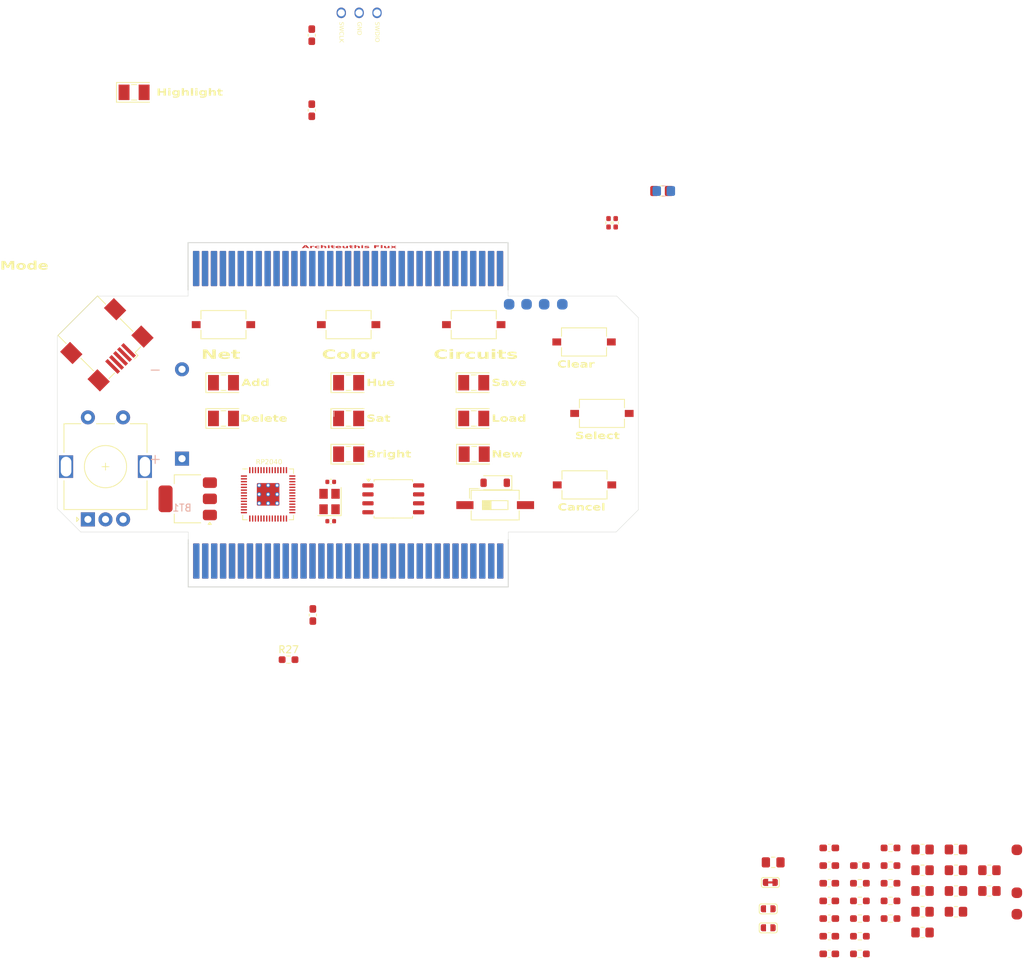
<source format=kicad_pcb>
(kicad_pcb (version 20240108) (generator "pcbnew") (generator_version "8.0")
  (layers (0 "F.Cu" signal) (31 "B.Cu" signal) (34 "B.Paste" user) (35 "F.Paste" user) (36 "B.SilkS" user "B.Silkscreen") (37 "F.SilkS" user "F.Silkscreen") (38 "B.Mask" user) (39 "F.Mask" user) (44 "Edge.Cuts" user))
  (net 0 "")
  (net 1 "LED_5V")
  (net 2 "LED_GND")
  (net 3 "+1V1")
  (net 4 "/XIN")
  (net 5 "Net-(C7-Pad1)")
  (net 6 "Button_2")
  (net 7 "ENC_1_Button")
  (net 8 "Button_1")
  (net 9 "Button_3")
  (net 10 "Button_4")
  (net 11 "Button_5")
  (net 12 "Net-(D1-K)")
  (net 13 "LED_1")
  (net 14 "Net-(D2-K)")
  (net 15 "LED_2")
  (net 16 "LED_3")
  (net 17 "Net-(D3-K)")
  (net 18 "Net-(D4-K)")
  (net 19 "LED_4")
  (net 20 "LED_5")
  (net 21 "Net-(D5-K)")
  (net 22 "Net-(D6-K)")
  (net 23 "LED_6")
  (net 24 "LED_7")
  (net 25 "Net-(D7-K)")
  (net 26 "Net-(D8-K)")
  (net 27 "LED_8")
  (net 28 "/USB_D-")
  (net 29 "/USB_D+")
  (net 31 "/SWD")
  (net 32 "/SWCLK")
  (net 33 "34")
  (net 34 "4")
  (net 35 "25")
  (net 36 "17")
  (net 37 "27")
  (net 38 "43")
  (net 39 "46")
  (net 40 "22")
  (net 41 "48")
  (net 42 "53")
  (net 43 "58")
  (net 44 "BOTTOM_RAIL_NEG")
  (net 45 "52")
  (net 46 "7")
  (net 47 "10")
  (net 48 "45")
  (net 49 "38")
  (net 50 "35")
  (net 51 "37")
  (net 52 "20")
  (net 53 "30")
  (net 54 "6")
  (net 55 "54")
  (net 56 "57")
  (net 57 "32")
  (net 58 "51")
  (net 59 "40")
  (net 60 "44")
  (net 61 "56")
  (net 62 "60")
  (net 63 "23")
  (net 64 "8")
  (net 65 "36")
  (net 66 "19")
  (net 67 "50")
  (net 68 "59")
  (net 69 "47")
  (net 70 "42")
  (net 71 "13")
  (net 72 "BOTTOM_RAIL_POS")
  (net 73 "49")
  (net 74 "TOP_RAIL_POS")
  (net 75 "14")
  (net 76 "11")
  (net 77 "12")
  (net 78 "TOP_RAIL_NEG")
  (net 79 "55")
  (net 80 "41")
  (net 81 "21")
  (net 82 "15")
  (net 83 "1")
  (net 84 "5")
  (net 85 "29")
  (net 86 "3")
  (net 87 "2")
  (net 88 "24")
  (net 89 "9")
  (net 90 "LED_OUT")
  (net 91 "33")
  (net 92 "26")
  (net 93 "16")
  (net 94 "28")
  (net 95 "LED_DATA_IN")
  (net 96 "18")
  (net 97 "39")
  (net 98 "31")
  (net 99 "Net-(U3-USB_DP)")
  (net 100 "Net-(U3-USB_DM)")
  (net 101 "Net-(R3-Pad1)")
  (net 102 "/~{USB_BOOT}")
  (net 103 "/QSPI_SS")
  (net 104 "/XOUT")
  (net 105 "Net-(R8-Pad1)")
  (net 106 "Net-(R10-Pad1)")
  (net 107 "Net-(R13-Pad1)")
  (net 108 "Net-(R15-Pad1)")
  (net 109 "Net-(R25-Pad1)")
  (net 110 "ENC_1_B")
  (net 111 "ENC_1_A")
  (net 112 "UART_Tx")
  (net 113 "UART_Rx")
  (net 114 "GPIO_18")
  (net 115 "GPIO_14")
  (net 116 "GPIO_15")
  (net 117 "GPIO_28")
  (net 118 "GPIO_29")
  (net 119 "/QSPI_SCLK")
  (net 120 "/QSPI_SD2")
  (net 121 "/QSPI_SD1")
  (net 122 "/QSPI_SD0")
  (net 123 "/QSPI_SD3")
  (net 124 "/RUN")
  (net 125 "Net-(D9-K)")
  (net 128 "LED_0")
  (net 132 "+5V")
  (net 133 "Net-(BT1-+)")
  (net 134 "Net-(D10-K)")
  (footprint "JumperlessFootprints:TestPoint_Pad_D1.0mm" (layer "F.Cu") (at 172.4152 144.77)
    (property "Reference" "TP8" (hide yes))
    (property "Value" "TestPoint" (hide yes))
    (pad "1" smd roundrect (at 0 0 180) (size 1.5 1.5) (layers "F.Cu" "F.Mask") (roundrect_rratio 0.3833333333) (net 118 "GPIO_29"))
  )
  (footprint "JumperlessFootprints:SolderJumper_2_Open_Small" (layer "F.Cu") (at 137.0896 146.6911)
    (property "Reference" "JP3" (hide yes))
    (property "Value" "Power_From_Breadboard" (hide yes))
    (pad "1" smd custom (at -0.8128 0.0073) (size 0.5 0.5) (layers "F.Cu" "F.Mask") (net 72 "BOTTOM_RAIL_POS") (options (clearance outline) (anchor rect)) (primitives (gr_circle (center 0 0.25) (end 0.25 0.25) (width 0) (fill yes)) (gr_circle (center 0 -0.25) (end 0.25 -0.25) (width 0) (fill yes)) (gr_poly (pts (xy 0.5 0.5) (xy 0 0.5) (xy 0 -0.5) (xy 0.5 -0.5)) (width 0) (fill yes))))
    (pad "2" smd custom (at 0.8128 0.0073 180) (size 0.5 0.5) (layers "F.Cu" "F.Mask") (net 1 "LED_5V") (options (clearance outline) (anchor rect)) (primitives (gr_circle (center 0 0.25) (end 0.25 0.25) (width 0) (fill yes)) (gr_circle (center 0 -0.25) (end 0.25 -0.25) (width 0) (fill yes)) (gr_poly (pts (xy 0.5 0.5) (xy 0 0.5) (xy 0 -0.5) (xy 0.5 -0.5)) (width 0) (fill yes))))
  )
  (footprint "Button_Switch_SMD:SW_Tactile_SPST_NO_Straight_CK_PTS636Sx25SMTRLFS" (layer "F.Cu") (at 110.9868 83.7438 180)
    (property "Reference" "SW4" (hide yes))
    (property "Value" "SW_Push")
    (pad "1" smd rect (at -3.875 0 180) (size 1.25 1) (layers "F.Cu" "F.Paste" "F.Mask") (net 2 "LED_GND"))
    (pad "2" smd rect (at 3.875 0 180) (size 1.25 1) (layers "F.Cu" "F.Paste" "F.Mask") (net 108 "Net-(R15-Pad1)"))
  )
  (footprint "JumperlessFootprints:SolderJumper_2_Open_Small" (layer "F.Cu") (at 137.0896 143.9901)
    (property "Reference" "JP2" (hide yes))
    (property "Value" "Power_From_Breadboard" (hide yes))
    (pad "1" smd custom (at -0.8128 0.0073) (size 0.5 0.5) (layers "F.Cu" "F.Mask") (net 74 "TOP_RAIL_POS") (options (clearance outline) (anchor rect)) (primitives (gr_circle (center 0 0.25) (end 0.25 0.25) (width 0) (fill yes)) (gr_circle (center 0 -0.25) (end 0.25 -0.25) (width 0) (fill yes)) (gr_poly (pts (xy 0.5 0.5) (xy 0 0.5) (xy 0 -0.5) (xy 0.5 -0.5)) (width 0) (fill yes))))
    (pad "2" smd custom (at 0.8128 0.0073 180) (size 0.5 0.5) (layers "F.Cu" "F.Mask") (net 1 "LED_5V") (options (clearance outline) (anchor rect)) (primitives (gr_circle (center 0 0.25) (end 0.25 0.25) (width 0) (fill yes)) (gr_circle (center 0 -0.25) (end 0.25 -0.25) (width 0) (fill yes)) (gr_poly (pts (xy 0.5 0.5) (xy 0 0.5) (xy 0 -0.5) (xy 0.5 -0.5)) (width 0) (fill yes))))
  )
  (footprint "JumperlessFootprints:TestPoint_Pad_D1.0mm" (layer "F.Cu") (at 172.4152 141.72)
    (property "Reference" "TP7" (hide yes))
    (property "Value" "TestPoint" (hide yes))
    (pad "1" smd roundrect (at 0 0 180) (size 1.5 1.5) (layers "F.Cu" "F.Mask") (roundrect_rratio 0.3833333333) (net 117 "GPIO_28"))
  )
  (footprint "LED_SMD:LED_PLCC-2_3x2mm_AK" (layer "F.Cu") (at 59.69 74.295)
    (property "Reference" "D3" (hide yes))
    (property "Value" "LED")
    (pad "1" smd rect (at 1.425 0) (size 1.55 2.2) (layers "F.Cu" "F.Paste" "F.Mask") (net 17 "Net-(D3-K)"))
    (pad "2" smd rect (at -1.425 0) (size 1.55 2.2) (layers "F.Cu" "F.Paste" "F.Mask") (net 16 "LED_3"))
  )
  (footprint "Capacitor_SMD:C_0603_1608Metric_Pad1.08x0.95mm_HandSolder" (layer "F.Cu") (at 72.39 102.235 90)
    (property "Reference" "C3" (hide yes))
    (property "Value" "1u" (hide yes))
    (pad "1" smd roundrect (at -0.8625 0 90) (size 1.075 0.95) (layers "F.Cu" "F.Paste" "F.Mask") (net 3 "+1V1"))
    (pad "2" smd roundrect (at 0.8625 0 90) (size 1.075 0.95) (layers "F.Cu" "F.Paste" "F.Mask") (net 2 "LED_GND"))
  )
  (footprint "Capacitor_SMD:C_0603_1608Metric_Pad1.08x0.95mm_HandSolder" (layer "F.Cu") (at 72.2365 19.812 90)
    (property "Reference" "C11" (hide yes))
    (property "Value" "1u" (hide yes))
    (pad "1" smd roundrect (at -0.8625 0 90) (size 1.075 0.95) (layers "F.Cu" "F.Paste" "F.Mask") (net 1 "LED_5V"))
    (pad "2" smd roundrect (at 0.8625 0 90) (size 1.075 0.95) (layers "F.Cu" "F.Paste" "F.Mask") (net 2 "LED_GND"))
  )
  (footprint "Resistor_SMD:R_0805_2012Metric_Pad1.20x1.40mm_HandSolder" (layer "F.Cu") (at 159.0152 144.42)
    (property "Reference" "R10" (hide yes))
    (property "Value" "47K")
    (pad "1" smd roundrect (at -1 0) (size 1.2 1.4) (layers "F.Cu" "F.Paste" "F.Mask") (roundrect_rratio 0.208333) (net 106 "Net-(R10-Pad1)"))
    (pad "2" smd roundrect (at 1 0) (size 1.2 1.4) (layers "F.Cu" "F.Paste" "F.Mask") (roundrect_rratio 0.208333) (net 1 "LED_5V"))
  )
  (footprint "JumperlessFootprints:RP2040-QFN-56" (layer "F.Cu") (at 66.035 85.085)
    (property "Reference" "U3" (hide yes))
    (property "Value" "RP2040" (at 0.132 -4.572 0) (layer "F.SilkS") (effects (font (size 0.7 0.7))))
    (pad "1" smd roundrect (at -3.4375 -2.6) (size 0.875 0.2) (layers "F.Cu" "F.Paste" "F.Mask") (net 1 "LED_5V"))
    (pad "2" smd roundrect (at -3.4375 -2.2) (size 0.875 0.2) (layers "F.Cu" "F.Paste" "F.Mask") (net 128 "LED_0"))
    (pad "3" smd roundrect (at -3.4375 -1.8) (size 0.875 0.2) (layers "F.Cu" "F.Paste" "F.Mask") (net 13 "LED_1"))
    (pad "4" smd roundrect (at -3.4375 -1.4) (size 0.875 0.2) (layers "F.Cu" "F.Paste" "F.Mask") (net 15 "LED_2"))
    (pad "5" smd roundrect (at -3.4375 -1) (size 0.875 0.2) (layers "F.Cu" "F.Paste" "F.Mask") (net 16 "LED_3"))
    (pad "6" smd roundrect (at -3.4375 -0.6) (size 0.875 0.2) (layers "F.Cu" "F.Paste" "F.Mask") (net 19 "LED_4"))
    (pad "7" smd roundrect (at -3.4375 -0.2) (size 0.875 0.2) (layers "F.Cu" "F.Paste" "F.Mask") (net 20 "LED_5"))
    (pad "8" smd roundrect (at -3.4375 0.2) (size 0.875 0.2) (layers "F.Cu" "F.Paste" "F.Mask") (net 23 "LED_6"))
    (pad "9" smd roundrect (at -3.4375 0.6) (size 0.875 0.2) (layers "F.Cu" "F.Paste" "F.Mask") (net 24 "LED_7"))
    (pad "10" smd roundrect (at -3.4375 1) (size 0.875 0.2) (layers "F.Cu" "F.Paste" "F.Mask") (net 1 "LED_5V"))
    (pad "11" smd roundrect (at -3.4375 1.4) (size 0.875 0.2) (layers "F.Cu" "F.Paste" "F.Mask") (net 27 "LED_8"))
    (pad "12" smd roundrect (at -3.4375 1.8) (size 0.875 0.2) (layers "F.Cu" "F.Paste" "F.Mask") (net 8 "Button_1"))
    (pad "13" smd roundrect (at -3.4375 2.2) (size 0.875 0.2) (layers "F.Cu" "F.Paste" "F.Mask") (net 6 "Button_2"))
    (pad "14" smd roundrect (at -3.4375 2.6) (size 0.875 0.2) (layers "F.Cu" "F.Paste" "F.Mask") (net 9 "Button_3"))
    (pad "15" smd roundrect (at -2.6 3.4375) (size 0.2 0.875) (layers "F.Cu" "F.Paste" "F.Mask") (net 10 "Button_4"))
    (pad "16" smd roundrect (at -2.2 3.4375) (size 0.2 0.875) (layers "F.Cu" "F.Paste" "F.Mask") (net 11 "Button_5"))
    (pad "17" smd roundrect (at -1.8 3.4375) (size 0.2 0.875) (layers "F.Cu" "F.Paste" "F.Mask") (net 115 "GPIO_14"))
    (pad "18" smd roundrect (at -1.4 3.4375) (size 0.2 0.875) (layers "F.Cu" "F.Paste" "F.Mask") (net 116 "GPIO_15"))
    (pad "19" smd roundrect (at -1 3.4375) (size 0.2 0.875) (layers "F.Cu" "F.Paste" "F.Mask") (net 2 "LED_GND"))
    (pad "20" smd roundrect (at -0.6 3.4375) (size 0.2 0.875) (layers "F.Cu" "F.Paste" "F.Mask") (net 4 "/XIN"))
    (pad "21" smd roundrect (at -0.2 3.4375) (size 0.2 0.875) (layers "F.Cu" "F.Paste" "F.Mask") (net 104 "/XOUT"))
    (pad "22" smd roundrect (at 0.2 3.4375) (size 0.2 0.875) (layers "F.Cu" "F.Paste" "F.Mask") (net 1 "LED_5V"))
    (pad "23" smd roundrect (at 0.6 3.4375) (size 0.2 0.875) (layers "F.Cu" "F.Paste" "F.Mask") (net 3 "+1V1"))
    (pad "24" smd roundrect (at 1 3.4375) (size 0.2 0.875) (layers "F.Cu" "F.Paste" "F.Mask") (net 32 "/SWCLK"))
    (pad "25" smd roundrect (at 1.4 3.4375) (size 0.2 0.875) (layers "F.Cu" "F.Paste" "F.Mask") (net 31 "/SWD"))
    (pad "26" smd roundrect (at 1.8 3.4375) (size 0.2 0.875) (layers "F.Cu" "F.Paste" "F.Mask") (net 124 "/RUN"))
    (pad "27" smd roundrect (at 2.2 3.4375) (size 0.2 0.875) (layers "F.Cu" "F.Paste" "F.Mask") (net 112 "UART_Tx"))
    (pad "28" smd roundrect (at 2.6 3.4375) (size 0.2 0.875) (layers "F.Cu" "F.Paste" "F.Mask") (net 113 "UART_Rx"))
    (pad "29" smd roundrect (at 3.4375 2.6) (size 0.875 0.2) (layers "F.Cu" "F.Paste" "F.Mask") (net 114 "GPIO_18"))
    (pad "30" smd roundrect (at 3.4375 2.2) (size 0.875 0.2) (layers "F.Cu" "F.Paste" "F.Mask") (net 111 "ENC_1_A"))
    (pad "31" smd roundrect (at 3.4375 1.8) (size 0.875 0.2) (layers "F.Cu" "F.Paste" "F.Mask") (net 110 "ENC_1_B"))
    (pad "32" smd roundrect (at 3.4375 1.4) (size 0.875 0.2) (layers "F.Cu" "F.Paste" "F.Mask") (net 7 "ENC_1_Button"))
    (pad "33" smd roundrect (at 3.4375 1) (size 0.875 0.2) (layers "F.Cu" "F.Paste" "F.Mask") (net 1 "LED_5V"))
    (pad "34" smd roundrect (at 3.4375 0.6) (size 0.875 0.2) (layers "F.Cu" "F.Paste" "F.Mask"))
    (pad "35" smd roundrect (at 3.4375 0.2) (size 0.875 0.2) (layers "F.Cu" "F.Paste" "F.Mask"))
    (pad "36" smd roundrect (at 3.4375 -0.2) (size 0.875 0.2) (layers "F.Cu" "F.Paste" "F.Mask"))
    (pad "37" smd roundrect (at 3.4375 -0.6) (size 0.875 0.2) (layers "F.Cu" "F.Paste" "F.Mask") (net 95 "LED_DATA_IN"))
    (pad "38" smd roundrect (at 3.4375 -1) (size 0.875 0.2) (layers "F.Cu" "F.Paste" "F.Mask"))
    (pad "39" smd roundrect (at 3.4375 -1.4) (size 0.875 0.2) (layers "F.Cu" "F.Paste" "F.Mask"))
    (pad "40" smd roundrect (at 3.4375 -1.8) (size 0.875 0.2) (layers "F.Cu" "F.Paste" "F.Mask") (net 117 "GPIO_28"))
    (pad "41" smd roundrect (at 3.4375 -2.2) (size 0.875 0.2) (layers "F.Cu" "F.Paste" "F.Mask") (net 118 "GPIO_29"))
    (pad "42" smd roundrect (at 3.4375 -2.6) (size 0.875 0.2) (layers "F.Cu" "F.Paste" "F.Mask") (net 1 "LED_5V"))
    (pad "43" smd roundrect (at 2.6 -3.4375) (size 0.2 0.875) (layers "F.Cu" "F.Paste" "F.Mask") (net 1 "LED_5V"))
    (pad "44" smd roundrect (at 2.2 -3.4375) (size 0.2 0.875) (layers "F.Cu" "F.Paste" "F.Mask") (net 1 "LED_5V"))
    (pad "45" smd roundrect (at 1.8 -3.4375) (size 0.2 0.875) (layers "F.Cu" "F.Paste" "F.Mask") (net 3 "+1V1"))
    (pad "46" smd roundrect (at 1.4 -3.4375) (size 0.2 0.875) (layers "F.Cu" "F.Paste" "F.Mask") (net 100 "Net-(U3-USB_DM)"))
    (pad "47" smd roundrect (at 1 -3.4375) (size 0.2 0.875) (layers "F.Cu" "F.Paste" "F.Mask") (net 99 "Net-(U3-USB_DP)"))
    (pad "48" smd roundrect (at 0.6 -3.4375) (size 0.2 0.875) (layers "F.Cu" "F.Paste" "F.Mask") (net 1 "LED_5V"))
    (pad "49" smd roundrect (at 0.2 -3.4375) (size 0.2 0.875) (layers "F.Cu" "F.Paste" "F.Mask") (net 1 "LED_5V"))
    (pad "50" smd roundrect (at -0.2 -3.4375) (size 0.2 0.875) (layers "F.Cu" "F.Paste" "F.Mask") (net 3 "+1V1"))
    (pad "51" smd roundrect (at -0.6 -3.4375) (size 0.2 0.875) (layers "F.Cu" "F.Paste" "F.Mask") (net 123 "/QSPI_SD3"))
    (pad "52" smd roundrect (at -1 -3.4375) (size 0.2 0.875) (layers "F.Cu" "F.Paste" "F.Mask") (net 119 "/QSPI_SCLK"))
    (pad "53" smd roundrect (at -1.4 -3.4375) (size 0.2 0.875) (layers "F.Cu" "F.Paste" "F.Mask") (net 122 "/QSPI_SD0"))
    (pad "54" smd roundrect (at -1.8 -3.4375) (size 0.2 0.875) (layers "F.Cu" "F.Paste" "F.Mask") (net 120 "/QSPI_SD2"))
    (pad "55" smd roundrect (at -2.2 -3.4375) (size 0.2 0.875) (layers "F.Cu" "F.Paste" "F.Mask") (net 121 "/QSPI_SD1"))
    (pad "56" smd roundrect (at -2.6 -3.4375) (size 0.2 0.875) (layers "F.Cu" "F.Paste" "F.Mask") (net 103 "/QSPI_SS"))
    (pad "57" thru_hole circle (at -1.275 -1.275) (size 0.6 0.6) (drill 0.35) (layers "*.Cu") (net 2 "LED_GND"))
    (pad "57" thru_hole circle (at -1.275 0) (size 0.6 0.6) (drill 0.35) (layers "*.Cu") (net 2 "LED_GND"))
    (pad "57" thru_hole circle (at -1.275 1.275) (size 0.6 0.6) (drill 0.35) (layers "*.Cu") (net 2 "LED_GND"))
    (pad "57" thru_hole circle (at 0 -1.275) (size 0.6 0.6) (drill 0.35) (layers "*.Cu") (net 2 "LED_GND"))
    (pad "57" thru_hole circle (at 0 0) (size 0.6 0.6) (drill 0.35) (layers "*.Cu") (net 2 "LED_GND"))
    (pad "57" smd roundrect (at 0 0) (size 3.2 3.2) (layers "F.Cu" "F.Mask") (roundrect_rratio 0.045) (net 2 "LED_GND"))
    (pad "57" thru_hole circle (at 0 1.275) (size 0.6 0.6) (drill 0.35) (layers "*.Cu") (net 2 "LED_GND"))
    (pad "57" thru_hole circle (at 1.275 -1.275) (size 0.6 0.6) (drill 0.35) (layers "*.Cu") (net 2 "LED_GND"))
    (pad "57" thru_hole circle (at 1.275 0) (size 0.6 0.6) (drill 0.35) (layers "*.Cu") (net 2 "LED_GND"))
    (pad "57" thru_hole circle (at 1.275 1.275) (size 0.6 0.6) (drill 0.35) (layers "*.Cu") (net 2 "LED_GND"))
  )
  (footprint "Capacitor_SMD:C_0603_1608Metric_Pad1.08x0.95mm_HandSolder" (layer "F.Cu") (at 145.7652 145.39)
    (property "Reference" "C14" (hide yes))
    (property "Value" "0.1uF")
    (pad "1" smd roundrect (at -0.8625 0) (size 1.075 0.95) (layers "F.Cu" "F.Paste" "F.Mask") (net 8 "Button_1"))
    (pad "2" smd roundrect (at 0.8625 0) (size 1.075 0.95) (layers "F.Cu" "F.Paste" "F.Mask") (net 2 "LED_GND"))
  )
  (footprint "Button_Switch_SMD:SW_Tactile_SPST_NO_Straight_CK_PTS636Sx25SMTRLFS" (layer "F.Cu") (at 110.9218 63.4238 180)
    (property "Reference" "SW1" (hide yes))
    (property "Value" "SW_Push")
    (pad "1" smd rect (at -3.875 0 180) (size 1.25 1) (layers "F.Cu" "F.Paste" "F.Mask") (net 2 "LED_GND"))
    (pad "2" smd rect (at 3.875 0 180) (size 1.25 1) (layers "F.Cu" "F.Paste" "F.Mask") (net 106 "Net-(R10-Pad1)"))
  )
  (footprint "Button_Switch_SMD:SW_DIP_SPSTx01_Slide_6.7x4.1mm_W8.61mm_P2.54mm_LowProfile" (layer "F.Cu") (at 98.298 86.614)
    (property "Reference" "SW5" (hide yes))
    (property "Value" "SW_DIP_x01")
    (pad "1" smd rect (at -4.305 0) (size 2.44 1.12) (layers "F.Cu" "F.Paste" "F.Mask") (net 1 "LED_5V"))
    (pad "2" smd rect (at 4.305 0) (size 2.44 1.12) (layers "F.Cu" "F.Paste" "F.Mask") (net 134 "Net-(D10-K)"))
  )
  (footprint "Resistor_SMD:R_0805_2012Metric_Pad1.20x1.40mm_HandSolder" (layer "F.Cu") (at 163.7652 141.47)
    (property "Reference" "R15" (hide yes))
    (property "Value" "47K")
    (pad "1" smd roundrect (at -1 0) (size 1.2 1.4) (layers "F.Cu" "F.Paste" "F.Mask") (roundrect_rratio 0.208333) (net 108 "Net-(R15-Pad1)"))
    (pad "2" smd roundrect (at 1 0) (size 1.2 1.4) (layers "F.Cu" "F.Paste" "F.Mask") (roundrect_rratio 0.208333) (net 1 "LED_5V"))
  )
  (footprint "Resistor_SMD:R_0805_2012Metric_Pad1.20x1.40mm_HandSolder" (layer "F.Cu") (at 168.5152 138.52)
    (property "Reference" "R25" (hide yes))
    (property "Value" "47K")
    (pad "1" smd roundrect (at -1 0) (size 1.2 1.4) (layers "F.Cu" "F.Paste" "F.Mask") (roundrect_rratio 0.208333) (net 109 "Net-(R25-Pad1)"))
    (pad "2" smd roundrect (at 1 0) (size 1.2 1.4) (layers "F.Cu" "F.Paste" "F.Mask") (roundrect_rratio 0.208333) (net 1 "LED_5V"))
  )
  (footprint "Resistor_SMD:R_0402_1005Metric_Pad0.72x0.64mm_HandSolder" (layer "F.Cu") (at 115.4176 46.482 -90)
    (property "Reference" "R2" (hide yes))
    (property "Value" "22R" (hide yes))
    (pad "1" smd roundrect (at -0.5975 0 270) (size 0.715 0.64) (layers "F.Cu" "F.Paste" "F.Mask") (net 28 "/USB_D-"))
    (pad "2" smd roundrect (at 0.5975 0 270) (size 0.715 0.64) (layers "F.Cu" "F.Paste" "F.Mask") (net 100 "Net-(U3-USB_DM)"))
  )
  (footprint "Capacitor_SMD:C_0603_1608Metric_Pad1.08x0.95mm_HandSolder" (layer "F.Cu") (at 145.7652 135.35)
    (property "Reference" "C4" (hide yes))
    (property "Value" "1u")
    (pad "1" smd roundrect (at -0.8625 0) (size 1.075 0.95) (layers "F.Cu" "F.Paste" "F.Mask") (net 3 "+1V1"))
    (pad "2" smd roundrect (at 0.8625 0) (size 1.075 0.95) (layers "F.Cu" "F.Paste" "F.Mask") (net 2 "LED_GND"))
  )
  (footprint "JumperlessFootprints:PinHeader_1x03_P2.54mm_Vertical" (layer "F.Cu") (at 76.4275 16.637 90)
    (property "Reference" "J2" (hide yes))
    (property "Value" "Debug" (hide yes))
    (fp_text user "SWDIO" (at -1.27 5.08 -90) (layer "F.SilkS") (effects (font (size 0.6 0.6)) (justify left)))
    (fp_text user "SWCLK" (at -1.27 0 -90) (layer "F.SilkS") (effects (font (size 0.6 0.6)) (justify left)))
    (fp_text user "GND" (at -1.27 2.54 -90) (layer "F.SilkS") (effects (font (size 0.6 0.6)) (justify left)))
    (pad "1" thru_hole oval (at 0 0 90) (size 1.5 1.3) (drill 1) (layers "*.Cu" "*.Mask") (net 32 "/SWCLK"))
    (pad "2" thru_hole oval (at 0 2.54 90) (size 1.5 1.3) (drill 1) (layers "*.Cu" "*.Mask") (net 2 "LED_GND"))
    (pad "3" thru_hole oval (at 0 5.08 90) (size 1.5 1.3) (drill 1) (layers "*.Cu" "*.Mask") (net 31 "/SWD"))
  )
  (footprint "Capacitor_SMD:C_0603_1608Metric_Pad1.08x0.95mm_HandSolder" (layer "F.Cu") (at 145.7652 147.9)
    (property "Reference" "C15" (hide yes))
    (property "Value" "0.1uF")
    (pad "1" smd roundrect (at -0.8625 0) (size 1.075 0.95) (layers "F.Cu" "F.Paste" "F.Mask") (net 9 "Button_3"))
    (pad "2" smd roundrect (at 0.8625 0) (size 1.075 0.95) (layers "F.Cu" "F.Paste" "F.Mask") (net 2 "LED_GND"))
  )
  (footprint "Capacitor_SMD:C_0603_1608Metric_Pad1.08x0.95mm_HandSolder" (layer "F.Cu") (at 145.7652 137.86)
    (property "Reference" "C5" (hide yes))
    (property "Value" "1u")
    (pad "1" smd roundrect (at -0.8625 0) (size 1.075 0.95) (layers "F.Cu" "F.Paste" "F.Mask") (net 1 "LED_5V"))
    (pad "2" smd roundrect (at 0.8625 0) (size 1.075 0.95) (layers "F.Cu" "F.Paste" "F.Mask") (net 2 "LED_GND"))
  )
  (footprint "LED_SMD:LED_PLCC-2_3x2mm_AK" (layer "F.Cu") (at 77.47 69.215)
    (property "Reference" "D5" (hide yes))
    (property "Value" "LED")
    (pad "1" smd rect (at 1.425 0) (size 1.55 2.2) (layers "F.Cu" "F.Paste" "F.Mask") (net 21 "Net-(D5-K)"))
    (pad "2" smd rect (at -1.425 0) (size 1.55 2.2) (layers "F.Cu" "F.Paste" "F.Mask") (net 20 "LED_5"))
  )
  (footprint "Resistor_SMD:R_0603_1608Metric_Pad0.98x0.95mm_HandSolder" (layer "F.Cu") (at 150.1152 150.41)
    (property "Reference" "R17" (hide yes))
    (property "Value" "1K")
    (pad "1" smd roundrect (at -0.9125 0) (size 0.975 0.95) (layers "F.Cu" "F.Paste" "F.Mask") (net 17 "Net-(D3-K)"))
    (pad "2" smd roundrect (at 0.9125 0) (size 0.975 0.95) (layers "F.Cu" "F.Paste" "F.Mask") (net 2 "LED_GND"))
  )
  (footprint "Resistor_SMD:R_0805_2012Metric_Pad1.20x1.40mm_HandSolder" (layer "F.Cu") (at 159.0152 135.57)
    (property "Reference" "R3" (hide yes))
    (property "Value" "47K")
    (pad "1" smd roundrect (at -1 0) (size 1.2 1.4) (layers "F.Cu" "F.Paste" "F.Mask") (roundrect_rratio 0.208333) (net 101 "Net-(R3-Pad1)"))
    (pad "2" smd roundrect (at 1 0) (size 1.2 1.4) (layers "F.Cu" "F.Paste" "F.Mask") (roundrect_rratio 0.208333) (net 1 "LED_5V"))
  )
  (footprint "LED_SMD:LED_PLCC-2_3x2mm_AK" (layer "F.Cu") (at 95.25 74.295)
    (property "Reference" "D1" (hide yes))
    (property "Value" "LED")
    (pad "1" smd rect (at 1.425 0) (size 1.55 2.2) (layers "F.Cu" "F.Paste" "F.Mask") (net 12 "Net-(D1-K)"))
    (pad "2" smd rect (at -1.425 0) (size 1.55 2.2) (layers "F.Cu" "F.Paste" "F.Mask") (net 13 "LED_1"))
  )
  (footprint "Package_SO:SOIC-8_5.23x5.23mm_P1.27mm" (layer "F.Cu") (at 83.82 85.725)
    (property "Reference" "U2" (hide yes))
    (property "Value" "W25Q128JVS")
    (pad "1" smd roundrect (at -3.6 -1.905) (size 1.6 0.6) (layers "F.Cu" "F.Paste" "F.Mask") (net 103 "/QSPI_SS"))
    (pad "2" smd roundrect (at -3.6 -0.635) (size 1.6 0.6) (layers "F.Cu" "F.Paste" "F.Mask") (net 121 "/QSPI_SD1"))
    (pad "3" smd roundrect (at -3.6 0.635) (size 1.6 0.6) (layers "F.Cu" "F.Paste" "F.Mask") (net 120 "/QSPI_SD2"))
    (pad "4" smd roundrect (at -3.6 1.905) (size 1.6 0.6) (layers "F.Cu" "F.Paste" "F.Mask") (net 2 "LED_GND"))
    (pad "5" smd roundrect (at 3.6 1.905) (size 1.6 0.6) (layers "F.Cu" "F.Paste" "F.Mask") (net 122 "/QSPI_SD0"))
    (pad "6" smd roundrect (at 3.6 0.635) (size 1.6 0.6) (layers "F.Cu" "F.Paste" "F.Mask") (net 119 "/QSPI_SCLK"))
    (pad "7" smd roundrect (at 3.6 -0.635) (size 1.6 0.6) (layers "F.Cu" "F.Paste" "F.Mask") (net 123 "/QSPI_SD3"))
    (pad "8" smd roundrect (at 3.6 -1.905) (size 1.6 0.6) (layers "F.Cu" "F.Paste" "F.Mask") (net 1 "LED_5V"))
  )
  (footprint "Crystal:Crystal_SMD_3225-4Pin_3.2x2.5mm" (layer "F.Cu") (at 74.76 86.106 90)
    (property "Reference" "Y1" (hide yes))
    (property "Value" "ABLS-12.000MHZ-B4-T" (hide yes))
    (pad "1" smd rect (at -1.1 0.85 90) (size 1.4 1.2) (layers "F.Cu" "F.Paste" "F.Mask") (net 4 "/XIN"))
    (pad "2" smd rect (at 1.1 0.85 90) (size 1.4 1.2) (layers "F.Cu" "F.Paste" "F.Mask") (net 2 "LED_GND"))
    (pad "3" smd rect (at 1.1 -0.85 90) (size 1.4 1.2) (layers "F.Cu" "F.Paste" "F.Mask") (net 5 "Net-(C7-Pad1)"))
    (pad "4" smd rect (at -1.1 -0.85 90) (size 1.4 1.2) (layers "F.Cu" "F.Paste" "F.Mask") (net 2 "LED_GND"))
  )
  (footprint "Resistor_SMD:R_0805_2012Metric_Pad1.20x1.40mm_HandSolder" (layer "F.Cu") (at 163.7652 135.57)
    (property "Reference" "R13" (hide yes))
    (property "Value" "47K")
    (pad "1" smd roundrect (at -1 0) (size 1.2 1.4) (layers "F.Cu" "F.Paste" "F.Mask") (roundrect_rratio 0.208333) (net 107 "Net-(R13-Pad1)"))
    (pad "2" smd roundrect (at 1 0) (size 1.2 1.4) (layers "F.Cu" "F.Paste" "F.Mask") (roundrect_rratio 0.208333) (net 1 "LED_5V"))
  )
  (footprint "JumperlessFootprints:TestPoint_Pad_D1.0mm" (layer "F.Cu") (at 172.4152 135.62)
    (property "Reference" "TP5" (hide yes))
    (property "Value" "TestPoint" (hide yes))
    (pad "1" smd roundrect (at 0 0 180) (size 1.5 1.5) (layers "F.Cu" "F.Mask") (roundrect_rratio 0.3833333333) (net 116 "GPIO_15"))
  )
  (footprint "Resistor_SMD:R_0603_1608Metric_Pad0.98x0.95mm_HandSolder" (layer "F.Cu") (at 150.1152 147.9)
    (property "Reference" "R12" (hide yes))
    (property "Value" "1K")
    (pad "1" smd roundrect (at -0.9125 0) (size 0.975 0.95) (layers "F.Cu" "F.Paste" "F.Mask") (net 14 "Net-(D2-K)"))
    (pad "2" smd roundrect (at 0.9125 0) (size 0.975 0.95) (layers "F.Cu" "F.Paste" "F.Mask") (net 2 "LED_GND"))
  )
  (footprint "Resistor_SMD:R_0805_2012Metric_Pad1.20x1.40mm_HandSolder" (layer "F.Cu") (at 163.7652 138.52)
    (property "Reference" "R14" (hide yes))
    (property "Value" "10K")
    (pad "1" smd roundrect (at -1 0) (size 1.2 1.4) (layers "F.Cu" "F.Paste" "F.Mask") (roundrect_rratio 0.208333) (net 9 "Button_3"))
    (pad "2" smd roundrect (at 1 0) (size 1.2 1.4) (layers "F.Cu" "F.Paste" "F.Mask") (roundrect_rratio 0.208333) (net 107 "Net-(R13-Pad1)"))
  )
  (footprint "Resistor_SMD:R_0402_1005Metric_Pad0.72x0.64mm_HandSolder" (layer "F.Cu") (at 114.4016 46.482 -90)
    (property "Reference" "R1" (hide yes))
    (property "Value" "22R" (hide yes))
    (pad "1" smd roundrect (at -0.5975 0 270) (size 0.715 0.64) (layers "F.Cu" "F.Paste" "F.Mask") (net 29 "/USB_D+"))
    (pad "2" smd roundrect (at 0.5975 0 270) (size 0.715 0.64) (layers "F.Cu" "F.Paste" "F.Mask") (net 99 "Net-(U3-USB_DP)"))
  )
  (footprint "Capacitor_SMD:C_0805_2012Metric_Pad1.18x1.45mm_HandSolder" (layer "F.Cu") (at 121.9493 41.9608)
    (property "Reference" "C1" (hide yes))
    (property "Value" "10u" (hide yes))
    (pad "1" smd roundrect (at -1.0375 0) (size 1.175 1.45) (layers "F.Cu" "F.Paste" "F.Mask") (roundrect_rratio 0.2127659574) (net 132 "+5V"))
    (pad "2" smd roundrect (at 1.0375 0) (size 1.175 1.45) (layers "F.Cu" "F.Paste" "F.Mask") (roundrect_rratio 0.2127659574) (net 2 "LED_GND"))
  )
  (footprint "Resistor_SMD:R_0603_1608Metric_Pad0.98x0.95mm_HandSolder" (layer "F.Cu") (at 154.4652 145.39)
    (property "Reference" "R24" (hide yes))
    (property "Value" "1K")
    (pad "1" smd roundrect (at -0.9125 0) (size 0.975 0.95) (layers "F.Cu" "F.Paste" "F.Mask") (net 26 "Net-(D8-K)"))
    (pad "2" smd roundrect (at 0.9125 0) (size 0.975 0.95) (layers "F.Cu" "F.Paste" "F.Mask") (net 2 "LED_GND"))
  )
  (footprint "Capacitor_SMD:C_0402_1005Metric" (layer "F.Cu") (at 74.93 83.312)
    (property "Reference" "C7" (hide yes))
    (property "Value" "27p" (hide yes))
    (pad "1" smd roundrect (at -0.48 0) (size 0.56 0.62) (layers "F.Cu" "F.Paste" "F.Mask") (net 5 "Net-(C7-Pad1)"))
    (pad "2" smd roundrect (at 0.48 0) (size 0.56 0.62) (layers "F.Cu" "F.Paste" "F.Mask") (net 2 "LED_GND"))
  )
  (footprint "LED_SMD:LED_PLCC-2_3x2mm_AK" (layer "F.Cu") (at 77.47 74.295)
    (property "Reference" "D6" (hide yes))
    (property "Value" "LED")
    (pad "1" smd rect (at 1.425 0) (size 1.55 2.2) (layers "F.Cu" "F.Paste" "F.Mask") (net 22 "Net-(D6-K)"))
    (pad "2" smd rect (at -1.425 0) (size 1.55 2.2) (layers "F.Cu" "F.Paste" "F.Mask") (net 23 "LED_6"))
  )
  (footprint "JumperlessFootprints:USB_Mini-B_Wuerth_65100516121_Horizontal" (layer "F.Cu") (at 43.229777 63.930777 -135)
    (property "Reference" "J1" (hide yes))
    (property "Value" "USB_B_Mini" (hide yes))
    (pad "" np_thru_hole circle (at -2.2 0 225) (size 0.9 0.9) (drill 0.9) (layers "F&B.Cu" "*.Mask"))
    (pad "" np_thru_hole circle (at 2.2 0 225) (size 0.9 0.9) (drill 0.9) (layers "F&B.Cu" "*.Mask"))
    (pad "1" smd rect (at -1.6 -2.6 225) (size 0.5 2.5) (layers "F.Cu" "F.Paste" "F.Mask") (net 132 "+5V"))
    (pad "2" smd rect (at -0.8 -2.6 225) (size 0.5 2.5) (layers "F.Cu" "F.Paste" "F.Mask") (net 28 "/USB_D-"))
    (pad "3" smd rect (at 0 -2.600001 225) (size 0.5 2.5) (layers "F.Cu" "F.Paste" "F.Mask") (net 29 "/USB_D+"))
    (pad "4" smd rect (at 0.8 -2.6 225) (size 0.5 2.5) (layers "F.Cu" "F.Paste" "F.Mask"))
    (pad "5" smd rect (at 1.6 -2.6 225) (size 0.5 2.5) (layers "F.Cu" "F.Paste" "F.Mask") (net 2 "LED_GND"))
    (pad "6" smd rect (at -4.4 -2.6 225) (size 2 2.5) (layers "F.Cu" "F.Paste" "F.Mask") (net 2 "LED_GND"))
    (pad "6" smd rect (at -4.4 2.9 225) (size 2 2.5) (layers "F.Cu" "F.Paste" "F.Mask") (net 2 "LED_GND"))
    (pad "6" smd rect (at 4.4 -2.6 225) (size 2 2.5) (layers "F.Cu" "F.Paste" "F.Mask") (net 2 "LED_GND"))
    (pad "6" smd rect (at 4.4 2.9 225) (size 2 2.5) (layers "F.Cu" "F.Paste" "F.Mask") (net 2 "LED_GND"))
  )
  (footprint "Rotary_Encoder:RotaryEncoder_Alps_EC11E-Switch_Vertical_H20mm" (layer "F.Cu") (at 40.43 88.645 90)
    (property "Reference" "SW6" (hide yes))
    (property "Value" "Select Row")
    (pad "A" thru_hole rect (at 0 0 90) (size 2 2) (drill 1) (layers "*.Cu" "*.Mask") (net 111 "ENC_1_A"))
    (pad "B" thru_hole circle (at 0 5 90) (size 2 2) (drill 1) (layers "*.Cu" "*.Mask") (net 110 "ENC_1_B"))
    (pad "C" thru_hole circle (at 0 2.5 90) (size 2 2) (drill 1) (layers "*.Cu" "*.Mask") (net 2 "LED_GND"))
    (pad "MP" thru_hole rect (at 7.5 -3.1 90) (size 3.2 2) (drill oval 2.8 1.5) (layers "*.Cu" "*.Mask"))
    (pad "MP" thru_hole rect (at 7.5 8.1 90) (size 3.2 2) (drill oval 2.8 1.5) (layers "*.Cu" "*.Mask"))
    (pad "S1" thru_hole circle (at 14.5 5 90) (size 2 2) (drill 1) (layers "*.Cu" "*.Mask") (net 105 "Net-(R8-Pad1)"))
    (pad "S2" thru_hole circle (at 14.5 0 90) (size 2 2) (drill 1) (layers "*.Cu" "*.Mask") (net 2 "LED_GND"))
  )
  (footprint "Resistor_SMD:R_0805_2012Metric_Pad1.20x1.40mm_HandSolder" (layer "F.Cu") (at 159.0152 147.37)
    (property "Reference" "R11" (hide yes))
    (property "Value" "10K")
    (pad "1" smd roundrect (at -1 0) (size 1.2 1.4) (layers "F.Cu" "F.Paste" "F.Mask") (roundrect_rratio 0.208333) (net 8 "Button_1"))
    (pad "2" smd roundrect (at 1 0) (size 1.2 1.4) (layers "F.Cu" "F.Paste" "F.Mask") (roundrect_rratio 0.208333) (net 106 "Net-(R10-Pad1)"))
  )
  (footprint "LED_SMD:LED_PLCC-2_3x2mm_AK" (layer "F.Cu") (at 77.47 79.375)
    (property "Reference" "D7" (hide yes))
    (property "Value" "LED")
    (pad "1" smd rect (at 1.425 0) (size 1.55 2.2) (layers "F.Cu" "F.Paste" "F.Mask") (net 25 "Net-(D7-K)"))
    (pad "2" smd rect (at -1.425 0) (size 1.55 2.2) (layers "F.Cu" "F.Paste" "F.Mask") (net 24 "LED_7"))
  )
  (footprint "LED_SMD:LED_PLCC-2_3x2mm_AK" (layer "F.Cu") (at 59.69 69.215)
    (property "Reference" "D2" (hide yes))
    (property "Value" "LED")
    (pad "1" smd rect (at 1.425 0) (size 1.55 2.2) (layers "F.Cu" "F.Paste" "F.Mask") (net 14 "Net-(D2-K)"))
    (pad "2" smd rect (at -1.425 0) (size 1.55 2.2) (layers "F.Cu" "F.Paste" "F.Mask") (net 15 "LED_2"))
  )
  (footprint "Capacitor_SMD:C_0805_2012Metric_Pad1.18x1.45mm_HandSolder" (layer "F.Cu") (at 137.7952 137.4)
    (property "Reference" "C2" (hide yes))
    (property "Value" "10u")
    (pad "1" smd roundrect (at -1.0375 0) (size 1.175 1.45) (layers "F.Cu" "F.Paste" "F.Mask") (roundrect_rratio 0.212766) (net 1 "LED_5V"))
    (pad "2" smd roundrect (at 1.0375 0) (size 1.175 1.45) (layers "F.Cu" "F.Paste" "F.Mask") (roundrect_rratio 0.212766) (net 2 "LED_GND"))
  )
  (footprint "Resistor_SMD:R_0603_1608Metric_Pad0.98x0.95mm_HandSolder" (layer "F.Cu") (at 150.1152 140.37)
    (property "Reference" "R5" (hide yes))
    (property "Value" "1k")
    (pad "1" smd roundrect (at -0.9125 0) (size 0.975 0.95) (layers "F.Cu" "F.Paste" "F.Mask") (net 103 "/QSPI_SS"))
    (pad "2" smd roundrect (at 0.9125 0) (size 0.975 0.95) (layers "F.Cu" "F.Paste" "F.Mask") (net 102 "/~{USB_BOOT}"))
  )
  (footprint "LED_SMD:LED_PLCC-2_3x2mm_AK" (layer "F.Cu") (at 95.315 79.375)
    (property "Reference" "D8" (hide yes))
    (property "Value" "LED")
    (pad "1" smd rect (at 1.425 0) (size 1.55 2.2) (layers "F.Cu" "F.Paste" "F.Mask") (net 26 "Net-(D8-K)"))
    (pad "2" smd rect (at -1.425 0) (size 1.55 2.2) (layers "F.Cu" "F.Paste" "F.Mask") (net 27 "LED_8"))
  )
  (footprint "Resistor_SMD:R_0603_1608Metric_Pad0.98x0.95mm_HandSolder" (layer "F.Cu") (at 154.4652 140.37)
    (property "Reference" "R20" (hide yes))
    (property "Value" "1K")
    (pad "1" smd roundrect (at -0.9125 0) (size 0.975 0.95) (layers "F.Cu" "F.Paste" "F.Mask") (net 22 "Net-(D6-K)"))
    (pad "2" smd roundrect (at 0.9125 0) (size 0.975 0.95) (layers "F.Cu" "F.Paste" "F.Mask") (net 2 "LED_GND"))
  )
  (footprint "Resistor_SMD:R_0603_1608Metric_Pad0.98x0.95mm_HandSolder" (layer "F.Cu") (at 154.4652 135.35)
    (property "Reference" "R18" (hide yes))
    (property "Value" "1K")
    (pad "1" smd roundrect (at -0.9125 0) (size 0.975 0.95) (layers "F.Cu" "F.Paste" "F.Mask") (net 18 "Net-(D4-K)"))
    (pad "2" smd roundrect (at 0.9125 0) (size 0.975 0.95) (layers "F.Cu" "F.Paste" "F.Mask") (net 2 "LED_GND"))
  )
  (footprint "Resistor_SMD:R_0603_1608Metric_Pad0.98x0.95mm_HandSolder" (layer "F.Cu") (at 154.4652 137.86)
    (property "Reference" "R19" (hide yes))
    (property "Value" "1K")
    (pad "1" smd roundrect (at -0.9125 0) (size 0.975 0.95) (layers "F.Cu" "F.Paste" "F.Mask") (net 21 "Net-(D5-K)"))
    (pad "2" smd roundrect (at 0.9125 0) (size 0.975 0.95) (layers "F.Cu" "F.Paste" "F.Mask") (net 2 "LED_GND"))
  )
  (footprint "Resistor_SMD:R_0603_1608Metric_Pad0.98x0.95mm_HandSolder" (layer "F.Cu") (at 154.4652 142.88)
    (property "Reference" "R23" (hide yes))
    (property "Value" "1K")
    (pad "1" smd roundrect (at -0.9125 0) (size 0.975 0.95) (layers "F.Cu" "F.Paste" "F.Mask") (net 25 "Net-(D7-K)"))
    (pad "2" smd roundrect (at 0.9125 0) (size 0.975 0.95) (layers "F.Cu" "F.Paste" "F.Mask") (net 2 "LED_GND"))
  )
  (footprint "Button_Switch_SMD:SW_Tactile_SPST_NO_Straight_CK_PTS636Sx25SMTRLFS" (layer "F.Cu") (at 59.69 60.96)
    (property "Reference" "SW7" (hide yes))
    (property "Value" "USB BOOT")
    (pad "1" smd rect (at -3.875 0) (size 1.25 1) (layers "F.Cu" "F.Paste" "F.Mask") (net 2 "LED_GND"))
    (pad "2" smd rect (at 3.875 0) (size 1.25 1) (layers "F.Cu" "F.Paste" "F.Mask") (net 102 "/~{USB_BOOT}"))
  )
  (footprint "Resistor_SMD:R_0805_2012Metric_Pad1.20x1.40mm_HandSolder" (layer "F.Cu") (at 159.0152 141.47)
    (property "Reference" "R9" (hide yes))
    (property "Value" "10K")
    (pad "1" smd roundrect (at -1 0) (size 1.2 1.4) (layers "F.Cu" "F.Paste" "F.Mask") (roundrect_rratio 0.208333) (net 7 "ENC_1_Button"))
    (pad "2" smd roundrect (at 1 0) (size 1.2 1.4) (layers "F.Cu" "F.Paste" "F.Mask") (roundrect_rratio 0.208333) (net 105 "Net-(R8-Pad1)"))
  )
  (footprint "Resistor_SMD:R_0603_1608Metric_Pad0.98x0.95mm_HandSolder" (layer "F.Cu") (at 150.1152 142.88)
    (property "Reference" "R6" (hide yes))
    (property "Value" "1k")
    (pad "1" smd roundrect (at -0.9125 0) (size 0.975 0.95) (layers "F.Cu" "F.Paste" "F.Mask") (net 104 "/XOUT"))
    (pad "2" smd roundrect (at 0.9125 0) (size 0.975 0.95) (layers "F.Cu" "F.Paste" "F.Mask") (net 5 "Net-(C7-Pad1)"))
  )
  (footprint "Resistor_SMD:R_0805_2012Metric_Pad1.20x1.40mm_HandSolder" (layer "F.Cu") (at 168.5152 141.47)
    (property "Reference" "R26" (hide yes))
    (property "Value" "10K")
    (pad "1" smd roundrect (at -1 0) (size 1.2 1.4) (layers "F.Cu" "F.Paste" "F.Mask") (roundrect_rratio 0.208333) (net 11 "Button_5"))
    (pad "2" smd roundrect (at 1 0) (size 1.2 1.4) (layers "F.Cu" "F.Paste" "F.Mask") (roundrect_rratio 0.208333) (net 109 "Net-(R25-Pad1)"))
  )
  (footprint "Resistor_SMD:R_0603_1608Metric_Pad0.98x0.95mm_HandSolder" (layer "F.Cu") (at 68.9375 108.585)
    (property "Reference" "R27" (at 0 -1.43 0) (layer "F.SilkS"))
    (property "Value" "1K")
    (pad "1" smd roundrect (at -0.9125 0) (size 0.975 0.95) (layers "F.Cu" "F.Paste" "F.Mask") (net 125 "Net-(D9-K)"))
    (pad "2" smd roundrect (at 0.9125 0) (size 0.975 0.95) (layers "F.Cu" "F.Paste" "F.Mask") (net 2 "LED_GND"))
  )
  (footprint "Resistor_SMD:R_0805_2012Metric_Pad1.20x1.40mm_HandSolder" (layer "F.Cu") (at 159.0152 138.52)
    (property "Reference" "R8" (hide yes))
    (property "Value" "47K")
    (pad "1" smd roundrect (at -1 0) (size 1.2 1.4) (layers "F.Cu" "F.Paste" "F.Mask") (roundrect_rratio 0.208333) (net 105 "Net-(R8-Pad1)"))
    (pad "2" smd roundrect (at 1 0) (size 1.2 1.4) (layers "F.Cu" "F.Paste" "F.Mask") (roundrect_rratio 0.208333) (net 1 "LED_5V"))
  )
  (footprint "Capacitor_SMD:C_0402_1005Metric" (layer "F.Cu") (at 74.93 88.9 180)
    (property "Reference" "C6" (hide yes))
    (property "Value" "27p" (hide yes))
    (pad "1" smd roundrect (at -0.48 0 180) (size 0.56 0.62) (layers "F.Cu" "F.Paste" "F.Mask") (net 4 "/XIN"))
    (pad "2" smd roundrect (at 0.48 0 180) (size 0.56 0.62) (layers "F.Cu" "F.Paste" "F.Mask") (net 2 "LED_GND"))
  )
  (footprint "LED_SMD:LED_PLCC-2_3x2mm_AK" (layer "F.Cu") (at 46.99 27.94)
    (property "Reference" "D9" (hide yes))
    (property "Value" "LED" (hide yes))
    (pad "1" smd rect (at 1.425 0) (size 1.55 2.2) (layers "F.Cu" "F.Paste" "F.Mask") (net 125 "Net-(D9-K)"))
    (pad "2" smd rect (at -1.425 0) (size 1.55 2.2) (layers "F.Cu" "F.Paste" "F.Mask") (net 128 "LED_0"))
  )
  (footprint "Resistor_SMD:R_0805_2012Metric_Pad1.20x1.40mm_HandSolder" (layer "F.Cu") (at 163.7652 144.42)
    (property "Reference" "R16" (hide yes))
    (property "Value" "10K")
    (pad "1" smd roundrect (at -1 0) (size 1.2 1.4) (layers "F.Cu" "F.Paste" "F.Mask") (roundrect_rratio 0.208333) (net 10 "Button_4"))
    (pad "2" smd roundrect (at 1 0) (size 1.2 1.4) (layers "F.Cu" "F.Paste" "F.Mask") (roundrect_rratio 0.208333) (net 108 "Net-(R15-Pad1)"))
  )
  (footprint "Capacitor_SMD:C_0603_1608Metric_Pad1.08x0.95mm_HandSolder" (layer "F.Cu") (at 145.7652 142.88)
    (property "Reference" "C13" (hide yes))
    (property "Value" "0.1uF")
    (pad "1" smd roundrect (at -0.8625 0) (size 1.075 0.95) (layers "F.Cu" "F.Paste" "F.Mask") (net 7 "ENC_1_Button"))
    (pad "2" smd roundrect (at 0.8625 0) (size 1.075 0.95) (layers "F.Cu" "F.Paste" "F.Mask") (net 2 "LED_GND"))
  )
  (footprint "Resistor_SMD:R_0603_1608Metric_Pad0.98x0.95mm_HandSolder" (layer "F.Cu") (at 150.1152 145.39)
    (property "Reference" "R7" (hide yes))
    (property "Value" "1K")
    (pad "1" smd roundrect (at -0.9125 0) (size 0.975 0.95) (layers "F.Cu" "F.Paste" "F.Mask") (net 12 "Net-(D1-K)"))
    (pad "2" smd roundrect (at 0.9125 0) (size 0.975 0.95) (layers "F.Cu" "F.Paste" "F.Mask") (net 2 "LED_GND"))
  )
  (footprint "JumperlessFootprints:HEE70LP03BK_Daughter_Penis_Top" (layer "F.Cu") (at 77.3938 55.5244)
    (property "Reference" "J3" (hide yes))
    (property "Value" "Conn_02x35_JumperluxCardEdge" (hide yes))
    (fp_line (start -22.733 -6.223) (end -22.733 -0.064) (stroke (width 0.12)) (layer "Edge.Cuts"))
    (fp_line (start -22.733 0.508) (end -22.733 -0.064) (stroke (width 0.12)) (layer "Edge.Cuts"))
    (fp_line (start 22.733 -6.223) (end -22.733 -6.223) (stroke (width 0.12)) (layer "Edge.Cuts"))
    (fp_line (start 22.733 -0.064) (end 22.733 -6.223) (stroke (width 0.12)) (layer "Edge.Cuts"))
    (fp_line (start 22.733 0.508) (end 22.733 -0.064) (stroke (width 0.12)) (layer "Edge.Cuts"))
    (pad "1" smd roundrect (at -17.78 -2.54 180) (size 0.9 5) (layers "B.Cu" "B.Paste" "B.Mask") (roundrect_rratio 0.1) (net 98 "31"))
    (pad "2" smd roundrect (at -16.51 -2.54 180) (size 0.9 5) (layers "B.Cu" "B.Paste" "B.Mask") (roundrect_rratio 0.1) (net 57 "32"))
    (pad "3" smd roundrect (at -15.24 -2.54 180) (size 0.9 5) (layers "B.Cu" "B.Paste" "B.Mask") (roundrect_rratio 0.1) (net 91 "33"))
    (pad "4" smd roundrect (at -13.97 -2.54 180) (size 0.9 5) (layers "B.Cu" "B.Paste" "B.Mask") (roundrect_rratio 0.1) (net 33 "34"))
    (pad "5" smd roundrect (at -12.7 -2.54 180) (size 0.9 5) (layers "B.Cu" "B.Paste" "B.Mask") (roundrect_rratio 0.1) (net 50 "35"))
    (pad "6" smd roundrect (at -11.43 -2.54 180) (size 0.9 5) (layers "B.Cu" "B.Paste" "B.Mask") (roundrect_rratio 0.1) (net 65 "36"))
    (pad "7" smd roundrect (at -10.16 -2.54 180) (size 0.9 5) (layers "B.Cu" "B.Paste" "B.Mask") (roundrect_rratio 0.1) (net 51 "37"))
    (pad "8" smd roundrect (at -8.89 -2.54 180) (size 0.9 5) (layers "B.Cu" "B.Paste" "B.Mask") (roundrect_rratio 0.1) (net 49 "38"))
    (pad "9" smd roundrect (at -7.62 -2.54 180) (size 0.9 5) (layers "B.Cu" "B.Paste" "B.Mask") (roundrect_rratio 0.1) (net 97 "39"))
    (pad "10" smd roundrect (at -6.35 -2.54 180) (size 0.9 5) (layers "B.Cu" "B.Paste" "B.Mask") (roundrect_rratio 0.1) (net 59 "40"))
    (pad "11" smd roundrect (at -5.08 -2.54 180) (size 0.9 5) (layers "B.Cu" "B.Paste" "B.Mask") (roundrect_rratio 0.1) (net 80 "41"))
    (pad "12" smd roundrect (at -3.81 -2.54 180) (size 0.9 5) (layers "B.Cu" "B.Paste" "B.Mask") (roundrect_rratio 0.1) (net 70 "42"))
    (pad "13" smd roundrect (at -2.54 -2.54 180) (size 0.9 5) (layers "B.Cu" "B.Paste" "B.Mask") (roundrect_rratio 0.1) (net 38 "43"))
    (pad "14" smd roundrect (at -1.27 -2.54 180) (size 0.9 5) (layers "B.Cu" "B.Paste" "B.Mask") (roundrect_rratio 0.1) (net 60 "44"))
    (pad "15" smd roundrect (at 0 -2.54 180) (size 0.9 5) (layers "B.Cu" "B.Paste" "B.Mask") (roundrect_rratio 0.1) (net 48 "45"))
    (pad "16" smd roundrect (at 1.27 -2.54 180) (size 0.9 5) (layers "B.Cu" "B.Paste" "B.Mask") (roundrect_rratio 0.1) (net 39 "46"))
    (pad "17" smd roundrect (at 2.54 -2.54 180) (size 0.9 5) (layers "B.Cu" "B.Paste" "B.Mask") (roundrect_rratio 0.1) (net 69 "47"))
    (pad "18" smd roundrect (at 3.81 -2.54 180) (size 0.9 5) (layers "B.Cu" "B.Paste" "B.Mask") (roundrect_rratio 0.1) (net 41 "48"))
    (pad "19" smd roundrect (at 5.08 -2.54 180) (size 0.9 5) (layers "B.Cu" "B.Paste" "B.Mask") (roundrect_rratio 0.1) (net 73 "49"))
    (pad "20" smd roundrect (at 6.35 -2.54 180) (size 0.9 5) (layers "B.Cu" "B.Paste" "B.Mask") (roundrect_rratio 0.1) (net 67 "50"))
    (pad "21" smd roundrect (at 7.62 -2.54 180) (size 0.9 5) (layers "B.Cu" "B.Paste" "B.Mask") (roundrect_rratio 0.1) (net 58 "51"))
    (pad "22" smd roundrect (at 8.89 -2.54 180) (size 0.9 5) (layers "B.Cu" "B.Paste" "B.Mask") (roundrect_rratio 0.1) (net 45 "52"))
    (pad "23" smd roundrect (at 10.16 -2.54 180) (size 0.9 5) (layers "B.Cu" "B.Paste" "B.Mask") (roundrect_rratio 0.1) (net 42 "53"))
    (pad "24" smd roundrect (at 11.43 -2.54 180) (size 0.9 5) (layers "B.Cu" "B.Paste" "B.Mask") (roundrect_rratio 0.1) (net 55 "54"))
    (pad "25" smd roundrect (at 12.7 -2.54 180) (size 0.9 5) (layers "B.Cu" "B.Paste" "B.Mask") (roundrect_rratio 0.1) (net 79 "55"))
    (pad "26" smd roundrect (at 13.97 -2.54 180) (size 0.9 5) (layers "B.Cu" "B.Paste" "B.Mask") (roundrect_rratio 0.1) (net 61 "56"))
    (pad "27" smd roundrect (at 15.24 -2.54 180) (size 0.9 5) (layers "B.Cu" "B.Paste" "B.Mask") (roundrect_rratio 0.1) (net 56 "57"))
    (pad "28" smd roundrect (at 16.51 -2.54 180) (size 0.9 5) (layers "B.Cu" "B.Paste" "B.Mask") (roundrect_rratio 0.1) (net 43 "58"))
    (pad "29" smd roundrect (at 17.78 -2.54 180) (size 0.9 5) (layers "B.Cu" "B.Paste" "B.Mask") (roundrect_rratio 0.1) (net 68 "59"))
    (pad "30" smd roundrect (at 19.05 -2.54 180) (size 0.9 5) (layers "B.Cu" "B.Paste" "B.Mask") (roundrect_rratio 0.1) (net 62 "60"))
    (pad "31" smd roundrect (at -17.78 -2.54 180) (size 0.9 5) (layers "F.Cu" "F.Paste" "F.Mask") (roundrect_rratio 0.1) (net 83 "1"))
    (pad "32" smd roundrect (at -16.51 -2.54 180) (size 0.9 5) (layers "F.Cu" "F.Paste" "F.Mask") (roundrect_rratio 0.1) (net 87 "2"))
    (pad "33" smd roundrect (at -15.24 -2.54 180) (size 0.9 5) (layers "F.Cu" "F.Paste" "F.Mask") (roundrect_rratio 0.1) (net 86 "3"))
    (pad "34" smd roundrect (at -13.97 -2.54 180) (size 0.9 5) (layers "F.Cu" "F.Paste" "F.Mask") (roundrect_rratio 0.1) (net 34 "4"))
    (pad "35" smd roundrect (at -12.7 -2.54 180) (size 0.9 5) (layers "F.Cu" "F.Paste" "F.Mask") (roundrect_rratio 0.1) (net 84 "5"))
    (pad "36" smd roundrect (at -11.43 -2.54 180) (size 0.9 5) (layers "F.Cu" "F.Paste" "F.Mask") (roundrect_rratio 0.1) (net 54 "6"))
    (pad "37" smd roundrect (at -10.16 -2.54 180) (size 0.9 5) (layers "F.Cu" "F.Paste" "F.Mask") (roundrect_rratio 0.1) (net 46 "7"))
    (pad "38" smd roundrect (at -8.89 -2.54 180) (size 0.9 5) (layers "F.Cu" "F.Paste" "F.Mask") (roundrect_rratio 0.1) (net 64 "8"))
    (pad "39" smd roundrect (at -7.62 -2.54 180) (size 0.9 5) (layers "F.Cu" "F.Paste" "F.Mask") (roundrect_rratio 0.1) (net 89 "9"))
    (pad "40" smd roundrect (at -6.35 -2.54 180) (size 0.9 5) (layers "F.Cu" "F.Paste" "F.Mask") (roundrect_rratio 0.1) (net 47 "10"))
    (pad "41" smd roundrect (at -5.08 -2.54 180) (size 0.9 5) (layers "F.Cu" "F.Paste" "F.Mask") (roundrect_rratio 0.1) (net 76 "11"))
    (pad "42" smd roundrect (at -3.81 -2.54 180) (size 0.9 5) (layers "F.Cu" "F.Paste" "F.Mask") (roundrect_rratio 0.1) (net 77 "12"))
    (pad "43" smd roundrect (at -2.54 -2.54 180) (size 0.9 5) (layers "F.Cu" "F.Paste" "F.Mask") (roundrect_rratio 0.1) (net 71 "13"))
    (pad "44" smd roundrect (at -1.27 -2.54 180) (size 0.9 5) (layers "F.Cu" "F.Paste" "F.Mask") (roundrect_rratio 0.1) (net 75 "14"))
    (pad "45" smd roundrect (at 0 -2.54 180) (size 0.9 5) (layers "F.Cu" "F.Paste" "F.Mask") (roundrect_rratio 0.1) (net 82 "15"))
    (pad "46" smd roundrect (at 1.27 -2.54 180) (size 0.9 5) (layers "F.Cu" "F.Paste" "F.Mask") (roundrect_rratio 0.1) (net 93 "16"))
    (pad "47" smd roundrect (at 2.54 -2.54 180) (size 0.9 5) (layers "F.Cu" "F.Paste" "F.Mask") (roundrect_rratio 0.1) (net 36 "17"))
    (pad "48" smd roundrect (at 3.81 -2.54 180) (size 0.9 5) (layers "F.Cu" "F.Paste" "F.Mask") (roundrect_rratio 0.1) (net 96 "18"))
    (pad "49" smd roundrect (at 5.08 -2.54 180) (size 0.9 5) (layers "F.Cu" "F.Paste" "F.Mask") (roundrect_rratio 0.1) (net 66 "19"))
    (pad "50" smd roundrect (at 6.35 -2.54 180) (size 0.9 5) (layers "F.Cu" "F.Paste" "F.Mask") (roundrect_rratio 0.1) (net 52 "20"))
    (pad "51" smd roundrect (at 7.62 -2.54 180) (size 0.9 5) (layers "F.Cu" "F.Paste" "F.Mask") (roundrect_rratio 0.1) (net 81 "21"))
    (pad "52" smd roundrect (at 8.89 -2.54 180) (size 0.9 5) (layers "F.Cu" "F.Paste" "F.Mask") (roundrect_rratio 0.1) (net 40 "22"))
    (pad "53" smd roundrect (at 10.16 -2.54 180) (size 0.9 5) (layers "F.Cu" "F.Paste" "F.Mask") (roundrect_rratio 0.1) (net 63 "23"))
    (pad "54" smd roundrect (at 11.43 -2.54 180) (size 0.9 5) (layers "F.Cu" "F.Paste" "F.Mask") (roundrect_rratio 0.1) (net 88 "24"))
    (pad "55" smd roundrect (at 12.7 -2.54 180) (size 0.9 5) (layers "F.Cu" "F.Paste" "F.Mask") (roundrect_rratio 0.1) (net 35 "25"))
    (pad "56" smd roundrect (at 13.97 -2.54 180) (size 0.9 5) (layers "F.Cu" "F.Paste" "F.Mask") (roundrect_rratio 0.1) (net 92 "26"))
    (pad "57" smd roundrect (at 15.24 -2.54 180) (size 0.9 5) (layers "F.Cu" "F.Paste" "F.Mask") (roundrect_rratio 0.1) (net 37 "27"))
    (pad "58" smd roundrect (at 16.51 -2.54 180) (size 0.9 5) (layers "F.Cu" "F.Paste" "F.Mask") (roundrect_rratio 0.1) (net 94 "28"))
    (pad "59" smd roundrect (at 17.78 -2.54 180) (size 0.9 5) (layers "F.Cu" "F.Paste" "F.Mask") (roundrect_rratio 0.1) (net 85 "29"))
    (pad "60" smd roundrect (at 19.05 -2.54 180) (size 0.9 5) (layers "F.Cu" "F.Paste" "F.Mask") (roundrect_rratio 0.1) (net 53 "30"))
    (pad "61" smd roundrect (at 20.32 -2.54 180) (size 0.9 5) (layers "B.Cu" "B.Paste" "B.Mask") (roundrect_rratio 0.1) (net 72 "BOTTOM_RAIL_POS"))
    (pad "62" smd roundrect (at 21.59 -2.54 180) (size 0.9 5) (layers "B.Cu" "B.Paste" "B.Mask") (roundrect_rratio 0.1) (net 44 "BOTTOM_RAIL_NEG"))
    (pad "63" smd roundrect (at 20.32 -2.54 180) (size 0.9 5) (layers "F.Cu" "F.Paste" "F.Mask") (roundrect_rratio 0.1) (net 74 "TOP_RAIL_POS"))
    (pad "64" smd roundrect (at 21.59 -2.54 180) (size 0.9 5) (layers "F.Cu" "F.Paste" "F.Mask") (roundrect_rratio 0.1) (net 78 "TOP_RAIL_NEG"))
    (pad "65" smd roundrect (at -21.59 -2.54 180) (size 0.9 5) (layers "F.Cu" "F.Paste" "F.Mask") (roundrect_rratio 0.1) (net 2 "LED_GND"))
    (pad "66" smd roundrect (at -20.32 -2.54 180) (size 0.9 5) (layers "F.Cu" "F.Paste" "F.Mask") (roundrect_rratio 0.1) (net 90 "LED_OUT"))
    (pad "67" smd roundrect (at -19.05 -2.54 180) (size 0.9 5) (layers "F.Cu" "F.Paste" "F.Mask") (roundrect_rratio 0.1) (net 1 "LED_5V"))
    (pad "68" smd roundrect (at -21.59 -2.54 180) (size 0.9 5) (layers "B.Cu" "B.Paste" "B.Mask") (roundrect_rratio 0.1) (net 2 "LED_GND"))
    (pad "69" smd roundrect (at -20.32 -2.54 180) (size 0.9 5) (layers "B.Cu" "B.Paste" "B.Mask") (roundrect_rratio 0.1) (net 95 "LED_DATA_IN"))
    (pad "70" smd roundrect (at -19.05 -2.54 180) (size 0.9 5) (layers "B.Cu" "B.Paste" "B.Mask") (roundrect_rratio 0.1) (net 1 "LED_5V"))
  )
  (footprint "Button_Switch_SMD:SW_Tactile_SPST_NO_Straight_CK_PTS636Sx25SMTRLFS" (layer "F.Cu") (at 113.4618 73.5838 180)
    (property "Reference" "SW3" (hide yes))
    (property "Value" "SW_Push")
    (pad "1" smd rect (at -3.875 0 180) (size 1.25 1) (layers "F.Cu" "F.Paste" "F.Mask") (net 2 "LED_GND"))
    (pad "2" smd rect (at 3.875 0 180) (size 1.25 1) (layers "F.Cu" "F.Paste" "F.Mask") (net 107 "Net-(R13-Pad1)"))
  )
  (footprint "Capacitor_SMD:C_0603_1608Metric_Pad1.08x0.95mm_HandSolder" (layer "F.Cu") (at 72.2365 30.48 -90)
    (property "Reference" "C12" (hide yes))
    (property "Value" "1u" (hide yes))
    (pad "1" smd roundrect (at -0.8625 0 270) (size 1.075 0.95) (layers "F.Cu" "F.Paste" "F.Mask") (net 1 "LED_5V"))
    (pad "2" smd roundrect (at 0.8625 0 270) (size 1.075 0.95) (layers "F.Cu" "F.Paste" "F.Mask") (net 2 "LED_GND"))
  )
  (footprint "Capacitor_SMD:C_0603_1608Metric_Pad1.08x0.95mm_HandSolder" (layer "F.Cu") (at 145.7652 140.37)
    (property "Reference" "C8" (hide yes))
    (property "Value" "0.1uF")
    (pad "1" smd roundrect (at -0.8625 0) (size 1.075 0.95) (layers "F.Cu" "F.Paste" "F.Mask") (net 6 "Button_2"))
    (pad "2" smd roundrect (at 0.8625 0) (size 1.075 0.95) (layers "F.Cu" "F.Paste" "F.Mask") (net 2 "LED_GND"))
  )
  (footprint "LED_SMD:LED_PLCC-2_3x2mm_AK" (layer "F.Cu") (at 95.25 69.215)
    (property "Reference" "D4" (hide yes))
    (property "Value" "LED")
    (pad "1" smd rect (at 1.425 0) (size 1.55 2.2) (layers "F.Cu" "F.Paste" "F.Mask") (net 18 "Net-(D4-K)"))
    (pad "2" smd rect (at -1.425 0) (size 1.55 2.2) (layers "F.Cu" "F.Paste" "F.Mask") (net 19 "LED_4"))
  )
  (footprint "Button_Switch_SMD:SW_Tactile_SPST_NO_Straight_CK_PTS636Sx25SMTRLFS" (layer "F.Cu") (at 95.25 60.96 180)
    (property "Reference" "SW2" (hide yes))
    (property "Value" "SW_Push")
    (pad "1" smd rect (at -3.875 0 180) (size 1.25 1) (layers "F.Cu" "F.Paste" "F.Mask") (net 2 "LED_GND"))
    (pad "2" smd rect (at 3.875 0 180) (size 1.25 1) (layers "F.Cu" "F.Paste" "F.Mask") (net 101 "Net-(R3-Pad1)"))
  )
  (footprint "Capacitor_SMD:C_0603_1608Metric_Pad1.08x0.95mm_HandSolder" (layer "F.Cu") (at 150.1152 137.86)
    (property "Reference" "C18" (hide yes))
    (property "Value" "0.1uF")
    (pad "1" smd roundrect (at -0.8625 0) (size 1.075 0.95) (layers "F.Cu" "F.Paste" "F.Mask") (net 11 "Button_5"))
    (pad "2" smd roundrect (at 0.8625 0) (size 1.075 0.95) (layers "F.Cu" "F.Paste" "F.Mask") (net 2 "LED_GND"))
  )
  (footprint "Button_Switch_SMD:SW_Tactile_SPST_NO_Straight_CK_PTS636Sx25SMTRLFS" (layer "F.Cu") (at 77.47 60.96)
    (property "Reference" "SW8" (hide yes))
    (property "Value" "SW_Push")
    (pad "1" smd rect (at -3.875 0) (size 1.25 1) (layers "F.Cu" "F.Paste" "F.Mask") (net 2 "LED_GND"))
    (pad "2" smd rect (at 3.875 0) (size 1.25 1) (layers "F.Cu" "F.Paste" "F.Mask") (net 109 "Net-(R25-Pad1)"))
  )
  (footprint "Package_TO_SOT_SMD:SOT-223-3_TabPin2" (layer "F.Cu") (at 54.61 85.725 180)
    (property "Reference" "U1" (hide yes))
    (property "Value" "NCP1117-3.3_SOT223")
    (pad "1" smd roundrect (at -3.15 -2.3 180) (size 2 1.5) (layers "F.Cu" "F.Paste" "F.Mask") (net 2 "LED_GND"))
    (pad "2" smd roundrect (at -3.15 0 180) (size 2 1.5) (layers "F.Cu" "F.Paste" "F.Mask") (net 1 "LED_5V"))
    (pad "2" smd roundrect (at 3.15 0 180) (size 2 3.8) (layers "F.Cu" "F.Paste" "F.Mask") (net 1 "LED_5V"))
    (pad "3" smd roundrect (at -3.15 2.3 180) (size 2 1.5) (layers "F.Cu" "F.Paste" "F.Mask") (net 132 "+5V"))
  )
  (footprint "Diode_SMD:D_SOD-123" (layer "F.Cu") (at 98.298 83.439 180)
    (property "Reference" "D10" (hide yes))
    (property "Value" "D_Small")
    (pad "1" smd roundrect (at -1.65 0 180) (size 0.9 1.2) (layers "F.Cu" "F.Paste" "F.Mask") (net 134 "Net-(D10-K)"))
    (pad "2" smd roundrect (at 1.65 0 180) (size 0.9 1.2) (layers "F.Cu" "F.Paste" "F.Mask") (net 133 "Net-(BT1-+)"))
  )
  (footprint "Capacitor_SMD:C_0603_1608Metric_Pad1.08x0.95mm_HandSolder" (layer "F.Cu") (at 145.7652 150.41)
    (property "Reference" "C16" (hide yes))
    (property "Value" "0.1uF")
    (pad "1" smd roundrect (at -0.8625 0) (size 1.075 0.95) (layers "F.Cu" "F.Paste" "F.Mask") (net 10 "Button_4"))
    (pad "2" smd roundrect (at 0.8625 0) (size 1.075 0.95) (layers "F.Cu" "F.Paste" "F.Mask") (net 2 "LED_GND"))
  )
  (footprint "JumperlessFootprints:HEE70LP03BK_Daughter_Penis" (layer "F.Cu") (at 77.4192 91.8972)
    (property "Reference" "J4" (hide yes))
    (property "Value" "Conn_02x35_JumperluxCardEdge")
    (fp_line (start -22.733 -0.381) (end -22.733 0.191) (stroke (width 0.12)) (layer "Edge.Cuts"))
    (fp_line (start -22.733 6.35) (end -22.733 0.191) (stroke (width 0.12)) (layer "Edge.Cuts"))
    (fp_line (start 22.733 -0.381) (end 22.733 0.191) (stroke (width 0.12)) (layer "Edge.Cuts"))
    (fp_line (start 22.733 0.191) (end 22.733 6.35) (stroke (width 0.12)) (layer "Edge.Cuts"))
    (fp_line (start 22.733 6.35) (end -22.733 6.35) (stroke (width 0.12)) (layer "Edge.Cuts"))
    (pad "1" smd roundrect (at -17.78 2.667 180) (size 0.9 5) (layers "B.Cu" "B.Paste" "B.Mask") (roundrect_rratio 0.1) (net 98 "31"))
    (pad "2" smd roundrect (at -16.51 2.667 180) (size 0.9 5) (layers "B.Cu" "B.Paste" "B.Mask") (roundrect_rratio 0.1) (net 57 "32"))
    (pad "3" smd roundrect (at -15.24 2.667 180) (size 0.9 5) (layers "B.Cu" "B.Paste" "B.Mask") (roundrect_rratio 0.1) (net 91 "33"))
    (pad "4" smd roundrect (at -13.97 2.667 180) (size 0.9 5) (layers "B.Cu" "B.Paste" "B.Mask") (roundrect_rratio 0.1) (net 33 "34"))
    (pad "5" smd roundrect (at -12.7 2.667 180) (size 0.9 5) (layers "B.Cu" "B.Paste" "B.Mask") (roundrect_rratio 0.1) (net 50 "35"))
    (pad "6" smd roundrect (at -11.43 2.667 180) (size 0.9 5) (layers "B.Cu" "B.Paste" "B.Mask") (roundrect_rratio 0.1) (net 65 "36"))
    (pad "7" smd roundrect (at -10.16 2.667 180) (size 0.9 5) (layers "B.Cu" "B.Paste" "B.Mask") (roundrect_rratio 0.1) (net 51 "37"))
    (pad "8" smd roundrect (at -8.89 2.667 180) (size 0.9 5) (layers "B.Cu" "B.Paste" "B.Mask") (roundrect_rratio 0.1) (net 49 "38"))
    (pad "9" smd roundrect (at -7.62 2.667 180) (size 0.9 5) (layers "B.Cu" "B.Paste" "B.Mask") (roundrect_rratio 0.1) (net 97 "39"))
    (pad "10" smd roundrect (at -6.35 2.667 180) (size 0.9 5) (layers "B.Cu" "B.Paste" "B.Mask") (roundrect_rratio 0.1) (net 59 "40"))
    (pad "11" smd roundrect (at -5.08 2.667 180) (size 0.9 5) (layers "B.Cu" "B.Paste" "B.Mask") (roundrect_rratio 0.1) (net 80 "41"))
    (pad "12" smd roundrect (at -3.81 2.667 180) (size 0.9 5) (layers "B.Cu" "B.Paste" "B.Mask") (roundrect_rratio 0.1) (net 70 "42"))
    (pad "13" smd roundrect (at -2.54 2.667 180) (size 0.9 5) (layers "B.Cu" "B.Paste" "B.Mask") (roundrect_rratio 0.1) (net 38 "43"))
    (pad "14" smd roundrect (at -1.27 2.667 180) (size 0.9 5) (layers "B.Cu" "B.Paste" "B.Mask") (roundrect_rratio 0.1) (net 60 "44"))
    (pad "15" smd roundrect (at 0 2.667 180) (size 0.9 5) (layers "B.Cu" "B.Paste" "B.Mask") (roundrect_rratio 0.1) (net 48 "45"))
    (pad "16" smd roundrect (at 1.27 2.667 180) (size 0.9 5) (layers "B.Cu" "B.Paste" "B.Mask") (roundrect_rratio 0.1) (net 39 "46"))
    (pad "17" smd roundrect (at 2.54 2.667 180) (size 0.9 5) (layers "B.Cu" "B.Paste" "B.Mask") (roundrect_rratio 0.1) (net 69 "47"))
    (pad "18" smd roundrect (at 3.81 2.667 180) (size 0.9 5) (layers "B.Cu" "B.Paste" "B.Mask") (roundrect_rratio 0.1) (net 41 "48"))
    (pad "19" smd roundrect (at 5.08 2.667 180) (size 0.9 5) (layers "B.Cu" "B.Paste" "B.Mask") (roundrect_rratio 0.1) (net 73 "49"))
    (pad "20" smd roundrect (at 6.35 2.667 180) (size 0.9 5) (layers "B.Cu" "B.Paste" "B.Mask") (roundrect_rratio 0.1) (net 67 "50"))
    (pad "21" smd roundrect (at 7.62 2.667 180) (size 0.9 5) (layers "B.Cu" "B.Paste" "B.Mask") (roundrect_rratio 0.1) (net 58 "51"))
    (pad "22" smd roundrect (at 8.89 2.667 180) (size 0.9 5) (layers "B.Cu" "B.Paste" "B.Mask") (roundrect_rratio 0.1) (net 45 "52"))
    (pad "23" smd roundrect (at 10.16 2.667 180) (size 0.9 5) (layers "B.Cu" "B.Paste" "B.Mask") (roundrect_rratio 0.1) (net 42 "53"))
    (pad "24" smd roundrect (at 11.43 2.667 180) (size 0.9 5) (layers "B.Cu" "B.Paste" "B.Mask") (roundrect_rratio 0.1) (net 55 "54"))
    (pad "25" smd roundrect (at 12.7 2.667 180) (size 0.9 5) (layers "B.Cu" "B.Paste" "B.Mask") (roundrect_rratio 0.1) (net 79 "55"))
    (pad "26" smd roundrect (at 13.97 2.667 180) (size 0.9 5) (layers "B.Cu" "B.Paste" "B.Mask") (roundrect_rratio 0.1) (net 61 "56"))
    (pad "27" smd roundrect (at 15.24 2.667 180) (size 0.9 5) (layers "B.Cu" "B.Paste" "B.Mask") (roundrect_rratio 0.1) (net 56 "57"))
    (pad "28" smd roundrect (at 16.51 2.667 180) (size 0.9 5) (layers "B.Cu" "B.Paste" "B.Mask") (roundrect_rratio 0.1) (net 43 "58"))
    (pad "29" smd roundrect (at 17.78 2.667 180) (size 0.9 5) (layers "B.Cu" "B.Paste" "B.Mask") (roundrect_rratio 0.1) (net 68 "59"))
    (pad "30" smd roundrect (at 19.05 2.667 180) (size 0.9 5) (layers "B.Cu" "B.Paste" "B.Mask") (roundrect_rratio 0.1) (net 62 "60"))
    (pad "31" smd roundrect (at -17.78 2.667 180) (size 0.9 5) (layers "F.Cu" "F.Paste" "F.Mask") (roundrect_rratio 0.1) (net 83 "1"))
    (pad "32" smd roundrect (at -16.51 2.667 180) (size 0.9 5) (layers "F.Cu" "F.Paste" "F.Mask") (roundrect_rratio 0.1) (net 87 "2"))
    (pad "33" smd roundrect (at -15.24 2.667 180) (size 0.9 5) (layers "F.Cu" "F.Paste" "F.Mask") (roundrect_rratio 0.1) (net 86 "3"))
    (pad "34" smd roundrect (at -13.97 2.667 180) (size 0.9 5) (layers "F.Cu" "F.Paste" "F.Mask") (roundrect_rratio 0.1) (net 34 "4"))
    (pad "35" smd roundrect (at -12.7 2.667 180) (size 0.9 5) (layers "F.Cu" "F.Paste" "F.Mask") (roundrect_rratio 0.1) (net 84 "5"))
    (pad "36" smd roundrect (at -11.43 2.667 180) (size 0.9 5) (layers "F.Cu" "F.Paste" "F.Mask") (roundrect_rratio 0.1) (net 54 "6"))
    (pad "37" smd roundrect (at -10.16 2.667 180) (size 0.9 5) (layers "F.Cu" "F.Paste" "F.Mask") (roundrect_rratio 0.1) (net 46 "7"))
    (pad "38" smd roundrect (at -8.89 2.667 180) (size 0.9 5) (layers "F.Cu" "F.Paste" "F.Mask") (roundrect_rratio 0.1) (net 64 "8"))
    (pad "39" smd roundrect (at -7.62 2.667 180) (size 0.9 5) (layers "F.Cu" "F.Paste" "F.Mask") (roundrect_rratio 0.1) (net 89 "9"))
    (pad "40" smd roundrect (at -6.35 2.667 180) (size 0.9 5) (layers "F.Cu" "F.Paste" "F.Mask") (roundrect_rratio 0.1) (net 47 "10"))
    (pad "41" smd roundrect (at -5.08 2.667 180) (size 0.9 5) (layers "F.Cu" "F.Paste" "F.Mask") (roundrect_rratio 0.1) (net 76 "11"))
    (pad "42" smd roundrect (at -3.81 2.667 180) (size 0.9 5) (layers "F.Cu" "F.Paste" "F.Mask") (roundrect_rratio 0.1) (net 77 "12"))
    (pad "43" smd roundrect (at -2.54 2.667 180) (size 0.9 5) (layers "F.Cu" "F.Paste" "F.Mask") (roundrect_rratio 0.1) (net 71 "13"))
    (pad "44" smd roundrect (at -1.27 2.667 180) (size 0.9 5) (layers "F.Cu" "F.Paste" "F.Mask") (roundrect_rratio 0.1) (net 75 "14"))
    (pad "45" smd roundrect (at 0 2.667 180) (size 0.9 5) (layers "F.Cu" "F.Paste" "F.Mask") (roundrect_rratio 0.1) (net 82 "15"))
    (pad "46" smd roundrect (at 1.27 2.667 180) (size 0.9 5) (layers "F.Cu" "F.Paste" "F.Mask") (roundrect_rratio 0.1) (net 93 "16"))
    (pad "47" smd roundrect (at 2.54 2.667 180) (size 0.9 5) (layers "F.Cu" "F.Paste" "F.Mask") (roundrect_rratio 0.1) (net 36 "17"))
    (pad "48" smd roundrect (at 3.81 2.667 180) (size 0.9 5) (layers "F.Cu" "F.Paste" "F.Mask") (roundrect_rratio 0.1) (net 96 "18"))
    (pad "49" smd roundrect (at 5.08 2.667 180) (size 0.9 5) (layers "F.Cu" "F.Paste" "F.Mask") (roundrect_rratio 0.1) (net 66 "19"))
    (pad "50" smd roundrect (at 6.35 2.667 180) (size 0.9 5) (layers "F.Cu" "F.Paste" "F.Mask") (roundrect_rratio 0.1) (net 52 "20"))
    (pad "51" smd roundrect (at 7.62 2.667 180) (size 0.9 5) (layers "F.Cu" "F.Paste" "F.Mask") (roundrect_rratio 0.1) (net 81 "21"))
    (pad "52" smd roundrect (at 8.89 2.667 180) (size 0.9 5) (layers "F.Cu" "F.Paste" "F.Mask") (roundrect_rratio 0.1) (net 40 "22"))
    (pad "53" smd roundrect (at 10.16 2.667 180) (size 0.9 5) (layers "F.Cu" "F.Paste" "F.Mask") (roundrect_rratio 0.1) (net 63 "23"))
    (pad "54" smd roundrect (at 11.43 2.667 180) (size 0.9 5) (layers "F.Cu" "F.Paste" "F.Mask") (roundrect_rratio 0.1) (net 88 "24"))
    (pad "55" smd roundrect (at 12.7 2.667 180) (size 0.9 5) (layers "F.Cu" "F.Paste" "F.Mask") (roundrect_rratio 0.1) (net 35 "25"))
    (pad "56" smd roundrect (at 13.97 2.667 180) (size 0.9 5) (layers "F.Cu" "F.Paste" "F.Mask") (roundrect_rratio 0.1) (net 92 "26"))
    (pad "57" smd roundrect (at 15.24 2.667 180) (size 0.9 5) (layers "F.Cu" "F.Paste" "F.Mask") (roundrect_rratio 0.1) (net 37 "27"))
    (pad "58" smd roundrect (at 16.51 2.667 180) (size 0.9 5) (layers "F.Cu" "F.Paste" "F.Mask") (roundrect_rratio 0.1) (net 94 "28"))
    (pad "59" smd roundrect (at 17.78 2.667 180) (size 0.9 5) (layers "F.Cu" "F.Paste" "F.Mask") (roundrect_rratio 0.1) (net 85 "29"))
    (pad "60" smd roundrect (at 19.05 2.667 180) (size 0.9 5) (layers "F.Cu" "F.Paste" "F.Mask") (roundrect_rratio 0.1) (net 53 "30"))
    (pad "61" smd roundrect (at 20.32 2.667 180) (size 0.9 5) (layers "B.Cu" "B.Paste" "B.Mask") (roundrect_rratio 0.1) (net 72 "BOTTOM_RAIL_POS"))
    (pad "62" smd roundrect (at 21.59 2.667 180) (size 0.9 5) (layers "B.Cu" "B.Paste" "B.Mask") (roundrect_rratio 0.1) (net 44 "BOTTOM_RAIL_NEG"))
    (pad "63" smd roundrect (at 20.32 2.667 180) (size 0.9 5) (layers "F.Cu" "F.Paste" "F.Mask") (roundrect_rratio 0.1) (net 74 "TOP_RAIL_POS"))
    (pad "64" smd roundrect (at 21.59 2.667 180) (size 0.9 5) (layers "F.Cu" "F.Paste" "F.Mask") (roundrect_rratio 0.1) (net 78 "TOP_RAIL_NEG"))
    (pad "65" smd roundrect (at -21.59 2.667 180) (size 0.9 5) (layers "F.Cu" "F.Paste" "F.Mask") (roundrect_rratio 0.1) (net 2 "LED_GND"))
    (pad "66" smd roundrect (at -20.32 2.667 180) (size 0.9 5) (layers "F.Cu" "F.Paste" "F.Mask") (roundrect_rratio 0.1) (net 90 "LED_OUT"))
    (pad "67" smd roundrect (at -19.05 2.667 180) (size 0.9 5) (layers "F.Cu" "F.Paste" "F.Mask") (roundrect_rratio 0.1) (net 1 "LED_5V"))
    (pad "68" smd roundrect (at -21.59 2.667 180) (size 0.9 5) (layers "B.Cu" "B.Paste" "B.Mask") (roundrect_rratio 0.1) (net 2 "LED_GND"))
    (pad "69" smd roundrect (at -20.32 2.667 180) (size 0.9 5) (layers "B.Cu" "B.Paste" "B.Mask") (roundrect_rratio 0.1) (net 95 "LED_DATA_IN"))
    (pad "70" smd roundrect (at -19.05 2.667 180) (size 0.9 5) (layers "B.Cu" "B.Paste" "B.Mask") (roundrect_rratio 0.1) (net 1 "LED_5V"))
  )
  (footprint "JumperlessFootprints:SolderJumper_2_Bridged_Small" (layer "F.Cu") (at 137.3884 140.24915)
    (property "Reference" "JP1" (hide yes))
    (property "Value" "SolderJumper_2_Bridged" (hide yes))
    (pad "1" smd custom (at -0.8128 0) (size 0.508 0.508) (layers "F.Cu" "F.Mask") (net 2 "LED_GND") (options (clearance outline) (anchor rect)) (primitives (gr_circle (center 0 0.254) (end 0.254 0.254) (width 0) (fill yes)) (gr_circle (center 0 -0.254) (end 0.254 -0.254) (width 0) (fill yes)) (gr_poly (pts (xy 0.508 0.508) (xy 0 0.508) (xy 0 -0.508) (xy 0.508 -0.508)) (width 0) (fill yes)) (gr_line (start 0 0) (end 1.3 0) (width 0.3))))
    (pad "2" smd custom (at 0.8128 0 180) (size 0.508 0.508) (layers "F.Cu" "F.Mask") (net 78 "TOP_RAIL_NEG") (options (clearance outline) (anchor rect)) (primitives (gr_circle (center 0 0.254) (end 0.254 0.254) (width 0) (fill yes)) (gr_circle (center 0 -0.254) (end 0.254 -0.254) (width 0) (fill yes)) (gr_poly (pts (xy 0.508 0.508) (xy 0 0.508) (xy 0 -0.508) (xy 0.508 -0.508)) (width 0) (fill yes))))
  )
  (footprint "JumperlessFootprints:TestPoint_Pad_D1.0mm" (layer "B.Cu") (at 107.834516 58.0644 90)
    (property "Reference" "TP1" (hide yes))
    (property "Value" "TestPoint" (hide yes))
    (pad "1" smd roundrect (at 0 0 270) (size 1.5 1.5) (layers "B.Cu" "B.Mask") (roundrect_rratio 0.3833333333) (net 112 "UART_Tx"))
  )
  (footprint "JumperlessFootprints:TestPoint_Pad_D1.0mm" (layer "B.Cu") (at 105.254516 58.0644 90)
    (property "Reference" "TP2" (hide yes))
    (property "Value" "TestPoint" (hide yes))
    (pad "1" smd roundrect (at 0 0 270) (size 1.5 1.5) (layers "B.Cu" "B.Mask") (roundrect_rratio 0.3833333333) (net 113 "UART_Rx"))
  )
  (footprint "JumperlessFootprints:TestPoint_Pad_D1.0mm" (layer "B.Cu") (at 102.754516 58.0644 90)
    (property "Reference" "TP3" (hide yes))
    (property "Value" "TestPoint" (hide yes))
    (pad "1" smd roundrect (at 0 0 270) (size 1.5 1.5) (layers "B.Cu" "B.Mask") (roundrect_rratio 0.3833333333) (net 114 "GPIO_18"))
  )
  (footprint "Resistor_SMD:R_0805_2012Metric_Pad1.20x1.40mm_HandSolder" (layer "B.Cu") (at 122.254099 41.9608)
    (property "Reference" "R4" (hide yes))
    (property "Value" "10K")
    (pad "1" smd roundrect (at -1 0) (size 1.2 1.4) (layers "B.Cu" "B.Paste" "B.Mask") (roundrect_rratio 0.208333) (net 6 "Button_2"))
    (pad "2" smd roundrect (at 1 0) (size 1.2 1.4) (layers "B.Cu" "B.Paste" "B.Mask") (roundrect_rratio 0.208333) (net 101 "Net-(R3-Pad1)"))
  )
  (footprint "Battery:BatteryHolder_Keystone_2468_2xAAA" (layer "B.Cu") (at 53.8 80.01)
    (property "Reference" "BT1" (at 0 7 0) (layer "B.SilkS") (effects (justify mirror)))
    (property "Value" "BatteryHolder_Keystone_2468_2xAAA" (hide yes))
    (fp_text user "+" (at -3.81 0 0) (layer "B.SilkS") (effects (font (size 1.5 1.5)) (justify mirror)))
    (fp_text user "-" (at -3.81 -12.7 0) (layer "B.SilkS") (effects (font (size 1.5 1.5)) (justify mirror)))
    (pad "1" thru_hole rect (at 0 0) (size 2 2) (drill 1.02) (layers "*.Cu" "*.Mask"))
    (pad "2" thru_hole circle (at 0 -12.7) (size 2 2) (drill 1.02) (layers "*.Cu" "*.Mask"))
  )
  (footprint "JumperlessFootprints:TestPoint_Pad_D1.0mm" (layer "B.Cu") (at 100.2792 58.0644 90)
    (property "Reference" "TP4" (hide yes))
    (property "Value" "TestPoint" (hide yes))
    (pad "1" smd roundrect (at 0 0 270) (size 1.5 1.5) (layers "B.Cu" "B.Mask") (roundrect_rratio 0.3833333333) (net 115 "GPIO_14"))
  )
  (gr_line (start 39.4208 90.4494) (end 36.0934 87.122) (stroke (width 0.05)) (layer "Edge.Cuts"))
  (gr_line (start 41.8084 56.896) (end 36.0934 62.611) (stroke (width 0.05)) (layer "Edge.Cuts"))
  (gr_line (start 54.6608 56.896) (end 41.8084 56.896) (stroke (width 0.05)) (layer "Edge.Cuts"))
  (gr_line (start 54.6608 56.0324) (end 54.6608 56.896) (stroke (width 0.05)) (layer "Edge.Cuts"))
  (gr_line (start 36.0934 62.611) (end 36.0934 87.122) (stroke (width 0.05)) (layer "Edge.Cuts"))
  (gr_line (start 118.6434 59.9694) (end 118.6434 87.2744) (stroke (width 0.05)) (layer "Edge.Cuts"))
  (gr_line (start 115.4684 90.4494) (end 118.6434 87.2744) (stroke (width 0.05)) (layer "Edge.Cuts"))
  (gr_line (start 100.1268 56.896) (end 115.57 56.896) (stroke (width 0.05)) (layer "Edge.Cuts"))
  (gr_line (start 100.1522 90.4494) (end 115.4684 90.4494) (stroke (width 0.05)) (layer "Edge.Cuts"))
  (gr_line (start 100.1522 91.5162) (end 100.1522 90.4494) (stroke (width 0.05)) (layer "Edge.Cuts"))
  (gr_line (start 115.57 56.896) (end 118.6434 59.9694) (stroke (width 0.05)) (layer "Edge.Cuts"))
  (gr_line (start 54.6862 91.5162) (end 54.6862 90.4494) (stroke (width 0.05)) (layer "Edge.Cuts"))
  (gr_line (start 100.1268 56.0324) (end 100.1268 56.896) (stroke (width 0.05)) (layer "Edge.Cuts"))
  (gr_line (start 54.6862 90.4494) (end 39.4208 90.4494) (stroke (width 0.05)) (layer "Edge.Cuts"))
  (gr_text "Architeuthis Flux" (at 77.555601 50.149 0) (layer "F.Cu") (effects (font (size 0.4 1) (thickness 0.1) (bold yes)) (justify bottom)))
  (gr_text "Save" (at 97.79 69.85 0) (layer "F.SilkS") (effects (font (size 1 1.3) (thickness 0.25) (bold yes)) (justify left bottom)))
  (gr_text "Sat" (at 80.01 74.93 0) (layer "F.SilkS") (effects (font (size 1 1.3) (thickness 0.25) (bold yes)) (justify left bottom)))
  (gr_text "Net" (at 56.515 66.04 0) (layer "F.SilkS") (effects (font (size 1.3 2) (thickness 0.25) (bold yes)) (justify left bottom)))
  (gr_text "Hue" (at 80.01 69.85 0) (layer "F.SilkS") (effects (font (size 1 1.3) (thickness 0.25) (bold yes)) (justify left bottom)))
  (gr_text "Load" (at 97.79 74.93 0) (layer "F.SilkS") (effects (font (size 1 1.3) (thickness 0.25) (bold yes)) (justify left bottom)))
  (gr_text "Mode" (at 27.94 53.34 0) (layer "F.SilkS") (effects (font (size 1.2 1.6) (thickness 0.3) (bold yes)) (justify left bottom)))
  (gr_text "Color" (at 73.66 66.04 0) (layer "F.SilkS") (effects (font (size 1.3 2) (thickness 0.25) (bold yes)) (justify left bottom)))
  (gr_text "New" (at 97.79 80.01 0) (layer "F.SilkS") (effects (font (size 1 1.3) (thickness 0.25) (bold yes)) (justify left bottom)))
  (gr_text "Clear" (at 107.1118 67.2338 0) (layer "F.SilkS") (effects (font (size 1 1.3) (thickness 0.25) (bold yes)) (justify left bottom)))
  (gr_text "Add" (at 62.23 69.85 0) (layer "F.SilkS") (effects (font (size 1 1.3) (thickness 0.25) (bold yes)) (justify left bottom)))
  (gr_text "Cancel" (at 107.1768 87.5538 0) (layer "F.SilkS") (effects (font (size 1 1.3) (thickness 0.25) (bold yes)) (justify left bottom)))
  (gr_text "Delete" (at 62.075 74.93 0) (layer "F.SilkS") (effects (font (size 1 1.3) (thickness 0.25) (bold yes)) (justify left bottom)))
  (gr_text "Bright" (at 80.01 80.01 0) (layer "F.SilkS") (effects (font (size 1 1.3) (thickness 0.25) (bold yes)) (justify left bottom)))
  (gr_text "Highlight" (at 50.165 28.575 0) (layer "F.SilkS") (effects (font (size 1 1.3) (thickness 0.25) (bold yes)) (justify left bottom)))
  (gr_text "Select" (at 109.6518 77.3938 0) (layer "F.SilkS") (effects (font (size 1 1.3) (thickness 0.25) (bold yes)) (justify left bottom)))
  (gr_text "Circuits" (at 89.535 66.04 0) (layer "F.SilkS") (effects (font (size 1.3 2) (thickness 0.25) (bold yes)) (justify left bottom)))
)
</source>
